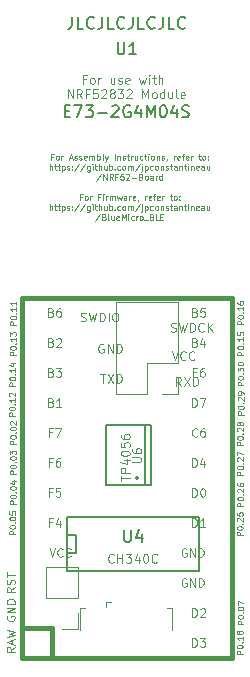
<source format=gbr>
G04 #@! TF.GenerationSoftware,KiCad,Pcbnew,(5.0.0)*
G04 #@! TF.CreationDate,2019-11-08T22:07:10-06:00*
G04 #@! TF.ProjectId,EByte_E73,45427974655F4537332E6B696361645F,rev?*
G04 #@! TF.SameCoordinates,Original*
G04 #@! TF.FileFunction,Legend,Top*
G04 #@! TF.FilePolarity,Positive*
%FSLAX46Y46*%
G04 Gerber Fmt 4.6, Leading zero omitted, Abs format (unit mm)*
G04 Created by KiCad (PCBNEW (5.0.0)) date 11/08/19 22:07:10*
%MOMM*%
%LPD*%
G01*
G04 APERTURE LIST*
%ADD10C,0.100000*%
%ADD11C,0.200000*%
%ADD12C,0.150000*%
%ADD13C,0.381000*%
%ADD14C,0.120000*%
%ADD15C,0.110000*%
G04 APERTURE END LIST*
D10*
X102993809Y-110974285D02*
X102827142Y-110974285D01*
X102827142Y-111236190D02*
X102827142Y-110736190D01*
X103065238Y-110736190D01*
X103327142Y-111236190D02*
X103279523Y-111212380D01*
X103255714Y-111188571D01*
X103231904Y-111140952D01*
X103231904Y-110998095D01*
X103255714Y-110950476D01*
X103279523Y-110926666D01*
X103327142Y-110902857D01*
X103398571Y-110902857D01*
X103446190Y-110926666D01*
X103470000Y-110950476D01*
X103493809Y-110998095D01*
X103493809Y-111140952D01*
X103470000Y-111188571D01*
X103446190Y-111212380D01*
X103398571Y-111236190D01*
X103327142Y-111236190D01*
X103708095Y-111236190D02*
X103708095Y-110902857D01*
X103708095Y-110998095D02*
X103731904Y-110950476D01*
X103755714Y-110926666D01*
X103803333Y-110902857D01*
X103850952Y-110902857D01*
X104374761Y-111093333D02*
X104612857Y-111093333D01*
X104327142Y-111236190D02*
X104493809Y-110736190D01*
X104660476Y-111236190D01*
X104803333Y-111212380D02*
X104850952Y-111236190D01*
X104946190Y-111236190D01*
X104993809Y-111212380D01*
X105017619Y-111164761D01*
X105017619Y-111140952D01*
X104993809Y-111093333D01*
X104946190Y-111069523D01*
X104874761Y-111069523D01*
X104827142Y-111045714D01*
X104803333Y-110998095D01*
X104803333Y-110974285D01*
X104827142Y-110926666D01*
X104874761Y-110902857D01*
X104946190Y-110902857D01*
X104993809Y-110926666D01*
X105208095Y-111212380D02*
X105255714Y-111236190D01*
X105350952Y-111236190D01*
X105398571Y-111212380D01*
X105422380Y-111164761D01*
X105422380Y-111140952D01*
X105398571Y-111093333D01*
X105350952Y-111069523D01*
X105279523Y-111069523D01*
X105231904Y-111045714D01*
X105208095Y-110998095D01*
X105208095Y-110974285D01*
X105231904Y-110926666D01*
X105279523Y-110902857D01*
X105350952Y-110902857D01*
X105398571Y-110926666D01*
X105827142Y-111212380D02*
X105779523Y-111236190D01*
X105684285Y-111236190D01*
X105636666Y-111212380D01*
X105612857Y-111164761D01*
X105612857Y-110974285D01*
X105636666Y-110926666D01*
X105684285Y-110902857D01*
X105779523Y-110902857D01*
X105827142Y-110926666D01*
X105850952Y-110974285D01*
X105850952Y-111021904D01*
X105612857Y-111069523D01*
X106065238Y-111236190D02*
X106065238Y-110902857D01*
X106065238Y-110950476D02*
X106089047Y-110926666D01*
X106136666Y-110902857D01*
X106208095Y-110902857D01*
X106255714Y-110926666D01*
X106279523Y-110974285D01*
X106279523Y-111236190D01*
X106279523Y-110974285D02*
X106303333Y-110926666D01*
X106350952Y-110902857D01*
X106422380Y-110902857D01*
X106470000Y-110926666D01*
X106493809Y-110974285D01*
X106493809Y-111236190D01*
X106731904Y-111236190D02*
X106731904Y-110736190D01*
X106731904Y-110926666D02*
X106779523Y-110902857D01*
X106874761Y-110902857D01*
X106922380Y-110926666D01*
X106946190Y-110950476D01*
X106970000Y-110998095D01*
X106970000Y-111140952D01*
X106946190Y-111188571D01*
X106922380Y-111212380D01*
X106874761Y-111236190D01*
X106779523Y-111236190D01*
X106731904Y-111212380D01*
X107255714Y-111236190D02*
X107208095Y-111212380D01*
X107184285Y-111164761D01*
X107184285Y-110736190D01*
X107398571Y-110902857D02*
X107517619Y-111236190D01*
X107636666Y-110902857D02*
X107517619Y-111236190D01*
X107470000Y-111355238D01*
X107446190Y-111379047D01*
X107398571Y-111402857D01*
X108208095Y-111236190D02*
X108208095Y-110736190D01*
X108446190Y-110902857D02*
X108446190Y-111236190D01*
X108446190Y-110950476D02*
X108470000Y-110926666D01*
X108517619Y-110902857D01*
X108589047Y-110902857D01*
X108636666Y-110926666D01*
X108660476Y-110974285D01*
X108660476Y-111236190D01*
X108874761Y-111212380D02*
X108922380Y-111236190D01*
X109017619Y-111236190D01*
X109065238Y-111212380D01*
X109089047Y-111164761D01*
X109089047Y-111140952D01*
X109065238Y-111093333D01*
X109017619Y-111069523D01*
X108946190Y-111069523D01*
X108898571Y-111045714D01*
X108874761Y-110998095D01*
X108874761Y-110974285D01*
X108898571Y-110926666D01*
X108946190Y-110902857D01*
X109017619Y-110902857D01*
X109065238Y-110926666D01*
X109231904Y-110902857D02*
X109422380Y-110902857D01*
X109303333Y-110736190D02*
X109303333Y-111164761D01*
X109327142Y-111212380D01*
X109374761Y-111236190D01*
X109422380Y-111236190D01*
X109589047Y-111236190D02*
X109589047Y-110902857D01*
X109589047Y-110998095D02*
X109612857Y-110950476D01*
X109636666Y-110926666D01*
X109684285Y-110902857D01*
X109731904Y-110902857D01*
X110112857Y-110902857D02*
X110112857Y-111236190D01*
X109898571Y-110902857D02*
X109898571Y-111164761D01*
X109922380Y-111212380D01*
X109970000Y-111236190D01*
X110041428Y-111236190D01*
X110089047Y-111212380D01*
X110112857Y-111188571D01*
X110565238Y-111212380D02*
X110517619Y-111236190D01*
X110422380Y-111236190D01*
X110374761Y-111212380D01*
X110350952Y-111188571D01*
X110327142Y-111140952D01*
X110327142Y-110998095D01*
X110350952Y-110950476D01*
X110374761Y-110926666D01*
X110422380Y-110902857D01*
X110517619Y-110902857D01*
X110565238Y-110926666D01*
X110708095Y-110902857D02*
X110898571Y-110902857D01*
X110779523Y-110736190D02*
X110779523Y-111164761D01*
X110803333Y-111212380D01*
X110850952Y-111236190D01*
X110898571Y-111236190D01*
X111065238Y-111236190D02*
X111065238Y-110902857D01*
X111065238Y-110736190D02*
X111041428Y-110760000D01*
X111065238Y-110783809D01*
X111089047Y-110760000D01*
X111065238Y-110736190D01*
X111065238Y-110783809D01*
X111374761Y-111236190D02*
X111327142Y-111212380D01*
X111303333Y-111188571D01*
X111279523Y-111140952D01*
X111279523Y-110998095D01*
X111303333Y-110950476D01*
X111327142Y-110926666D01*
X111374761Y-110902857D01*
X111446190Y-110902857D01*
X111493809Y-110926666D01*
X111517619Y-110950476D01*
X111541428Y-110998095D01*
X111541428Y-111140952D01*
X111517619Y-111188571D01*
X111493809Y-111212380D01*
X111446190Y-111236190D01*
X111374761Y-111236190D01*
X111755714Y-110902857D02*
X111755714Y-111236190D01*
X111755714Y-110950476D02*
X111779523Y-110926666D01*
X111827142Y-110902857D01*
X111898571Y-110902857D01*
X111946190Y-110926666D01*
X111970000Y-110974285D01*
X111970000Y-111236190D01*
X112184285Y-111212380D02*
X112231904Y-111236190D01*
X112327142Y-111236190D01*
X112374761Y-111212380D01*
X112398571Y-111164761D01*
X112398571Y-111140952D01*
X112374761Y-111093333D01*
X112327142Y-111069523D01*
X112255714Y-111069523D01*
X112208095Y-111045714D01*
X112184285Y-110998095D01*
X112184285Y-110974285D01*
X112208095Y-110926666D01*
X112255714Y-110902857D01*
X112327142Y-110902857D01*
X112374761Y-110926666D01*
X112636666Y-111212380D02*
X112636666Y-111236190D01*
X112612857Y-111283809D01*
X112589047Y-111307619D01*
X113231904Y-111236190D02*
X113231904Y-110902857D01*
X113231904Y-110998095D02*
X113255714Y-110950476D01*
X113279523Y-110926666D01*
X113327142Y-110902857D01*
X113374761Y-110902857D01*
X113731904Y-111212380D02*
X113684285Y-111236190D01*
X113589047Y-111236190D01*
X113541428Y-111212380D01*
X113517619Y-111164761D01*
X113517619Y-110974285D01*
X113541428Y-110926666D01*
X113589047Y-110902857D01*
X113684285Y-110902857D01*
X113731904Y-110926666D01*
X113755714Y-110974285D01*
X113755714Y-111021904D01*
X113517619Y-111069523D01*
X113898571Y-110902857D02*
X114089047Y-110902857D01*
X113970000Y-111236190D02*
X113970000Y-110807619D01*
X113993809Y-110760000D01*
X114041428Y-110736190D01*
X114089047Y-110736190D01*
X114446190Y-111212380D02*
X114398571Y-111236190D01*
X114303333Y-111236190D01*
X114255714Y-111212380D01*
X114231904Y-111164761D01*
X114231904Y-110974285D01*
X114255714Y-110926666D01*
X114303333Y-110902857D01*
X114398571Y-110902857D01*
X114446190Y-110926666D01*
X114470000Y-110974285D01*
X114470000Y-111021904D01*
X114231904Y-111069523D01*
X114684285Y-111236190D02*
X114684285Y-110902857D01*
X114684285Y-110998095D02*
X114708095Y-110950476D01*
X114731904Y-110926666D01*
X114779523Y-110902857D01*
X114827142Y-110902857D01*
X115303333Y-110902857D02*
X115493809Y-110902857D01*
X115374761Y-110736190D02*
X115374761Y-111164761D01*
X115398571Y-111212380D01*
X115446190Y-111236190D01*
X115493809Y-111236190D01*
X115731904Y-111236190D02*
X115684285Y-111212380D01*
X115660476Y-111188571D01*
X115636666Y-111140952D01*
X115636666Y-110998095D01*
X115660476Y-110950476D01*
X115684285Y-110926666D01*
X115731904Y-110902857D01*
X115803333Y-110902857D01*
X115850952Y-110926666D01*
X115874761Y-110950476D01*
X115898571Y-110998095D01*
X115898571Y-111140952D01*
X115874761Y-111188571D01*
X115850952Y-111212380D01*
X115803333Y-111236190D01*
X115731904Y-111236190D01*
X116112857Y-111188571D02*
X116136666Y-111212380D01*
X116112857Y-111236190D01*
X116089047Y-111212380D01*
X116112857Y-111188571D01*
X116112857Y-111236190D01*
X116112857Y-110926666D02*
X116136666Y-110950476D01*
X116112857Y-110974285D01*
X116089047Y-110950476D01*
X116112857Y-110926666D01*
X116112857Y-110974285D01*
X102719999Y-112086190D02*
X102719999Y-111586190D01*
X102934285Y-112086190D02*
X102934285Y-111824285D01*
X102910476Y-111776666D01*
X102862857Y-111752857D01*
X102791428Y-111752857D01*
X102743809Y-111776666D01*
X102719999Y-111800476D01*
X103100952Y-111752857D02*
X103291428Y-111752857D01*
X103172380Y-111586190D02*
X103172380Y-112014761D01*
X103196190Y-112062380D01*
X103243809Y-112086190D01*
X103291428Y-112086190D01*
X103386666Y-111752857D02*
X103577142Y-111752857D01*
X103458095Y-111586190D02*
X103458095Y-112014761D01*
X103481904Y-112062380D01*
X103529523Y-112086190D01*
X103577142Y-112086190D01*
X103743809Y-111752857D02*
X103743809Y-112252857D01*
X103743809Y-111776666D02*
X103791428Y-111752857D01*
X103886666Y-111752857D01*
X103934285Y-111776666D01*
X103958095Y-111800476D01*
X103981904Y-111848095D01*
X103981904Y-111990952D01*
X103958095Y-112038571D01*
X103934285Y-112062380D01*
X103886666Y-112086190D01*
X103791428Y-112086190D01*
X103743809Y-112062380D01*
X104172380Y-112062380D02*
X104219999Y-112086190D01*
X104315238Y-112086190D01*
X104362857Y-112062380D01*
X104386666Y-112014761D01*
X104386666Y-111990952D01*
X104362857Y-111943333D01*
X104315238Y-111919523D01*
X104243809Y-111919523D01*
X104196190Y-111895714D01*
X104172380Y-111848095D01*
X104172380Y-111824285D01*
X104196190Y-111776666D01*
X104243809Y-111752857D01*
X104315238Y-111752857D01*
X104362857Y-111776666D01*
X104600952Y-112038571D02*
X104624761Y-112062380D01*
X104600952Y-112086190D01*
X104577142Y-112062380D01*
X104600952Y-112038571D01*
X104600952Y-112086190D01*
X104600952Y-111776666D02*
X104624761Y-111800476D01*
X104600952Y-111824285D01*
X104577142Y-111800476D01*
X104600952Y-111776666D01*
X104600952Y-111824285D01*
X105196190Y-111562380D02*
X104767619Y-112205238D01*
X105719999Y-111562380D02*
X105291428Y-112205238D01*
X106100952Y-111752857D02*
X106100952Y-112157619D01*
X106077142Y-112205238D01*
X106053333Y-112229047D01*
X106005714Y-112252857D01*
X105934285Y-112252857D01*
X105886666Y-112229047D01*
X106100952Y-112062380D02*
X106053333Y-112086190D01*
X105958095Y-112086190D01*
X105910476Y-112062380D01*
X105886666Y-112038571D01*
X105862857Y-111990952D01*
X105862857Y-111848095D01*
X105886666Y-111800476D01*
X105910476Y-111776666D01*
X105958095Y-111752857D01*
X106053333Y-111752857D01*
X106100952Y-111776666D01*
X106339047Y-112086190D02*
X106339047Y-111752857D01*
X106339047Y-111586190D02*
X106315238Y-111610000D01*
X106339047Y-111633809D01*
X106362857Y-111610000D01*
X106339047Y-111586190D01*
X106339047Y-111633809D01*
X106505714Y-111752857D02*
X106696190Y-111752857D01*
X106577142Y-111586190D02*
X106577142Y-112014761D01*
X106600952Y-112062380D01*
X106648571Y-112086190D01*
X106696190Y-112086190D01*
X106862857Y-112086190D02*
X106862857Y-111586190D01*
X107077142Y-112086190D02*
X107077142Y-111824285D01*
X107053333Y-111776666D01*
X107005714Y-111752857D01*
X106934285Y-111752857D01*
X106886666Y-111776666D01*
X106862857Y-111800476D01*
X107529523Y-111752857D02*
X107529523Y-112086190D01*
X107315238Y-111752857D02*
X107315238Y-112014761D01*
X107339047Y-112062380D01*
X107386666Y-112086190D01*
X107458095Y-112086190D01*
X107505714Y-112062380D01*
X107529523Y-112038571D01*
X107767619Y-112086190D02*
X107767619Y-111586190D01*
X107767619Y-111776666D02*
X107815238Y-111752857D01*
X107910476Y-111752857D01*
X107958095Y-111776666D01*
X107981904Y-111800476D01*
X108005714Y-111848095D01*
X108005714Y-111990952D01*
X107981904Y-112038571D01*
X107958095Y-112062380D01*
X107910476Y-112086190D01*
X107815238Y-112086190D01*
X107767619Y-112062380D01*
X108220000Y-112038571D02*
X108243809Y-112062380D01*
X108220000Y-112086190D01*
X108196190Y-112062380D01*
X108220000Y-112038571D01*
X108220000Y-112086190D01*
X108672380Y-112062380D02*
X108624761Y-112086190D01*
X108529523Y-112086190D01*
X108481904Y-112062380D01*
X108458095Y-112038571D01*
X108434285Y-111990952D01*
X108434285Y-111848095D01*
X108458095Y-111800476D01*
X108481904Y-111776666D01*
X108529523Y-111752857D01*
X108624761Y-111752857D01*
X108672380Y-111776666D01*
X108958095Y-112086190D02*
X108910476Y-112062380D01*
X108886666Y-112038571D01*
X108862857Y-111990952D01*
X108862857Y-111848095D01*
X108886666Y-111800476D01*
X108910476Y-111776666D01*
X108958095Y-111752857D01*
X109029523Y-111752857D01*
X109077142Y-111776666D01*
X109100952Y-111800476D01*
X109124761Y-111848095D01*
X109124761Y-111990952D01*
X109100952Y-112038571D01*
X109077142Y-112062380D01*
X109029523Y-112086190D01*
X108958095Y-112086190D01*
X109339047Y-112086190D02*
X109339047Y-111752857D01*
X109339047Y-111800476D02*
X109362857Y-111776666D01*
X109410476Y-111752857D01*
X109481904Y-111752857D01*
X109529523Y-111776666D01*
X109553333Y-111824285D01*
X109553333Y-112086190D01*
X109553333Y-111824285D02*
X109577142Y-111776666D01*
X109624761Y-111752857D01*
X109696190Y-111752857D01*
X109743809Y-111776666D01*
X109767619Y-111824285D01*
X109767619Y-112086190D01*
X110362857Y-111562380D02*
X109934285Y-112205238D01*
X110529523Y-111752857D02*
X110529523Y-112181428D01*
X110505714Y-112229047D01*
X110458095Y-112252857D01*
X110434285Y-112252857D01*
X110529523Y-111586190D02*
X110505714Y-111610000D01*
X110529523Y-111633809D01*
X110553333Y-111610000D01*
X110529523Y-111586190D01*
X110529523Y-111633809D01*
X110767619Y-111752857D02*
X110767619Y-112252857D01*
X110767619Y-111776666D02*
X110815238Y-111752857D01*
X110910476Y-111752857D01*
X110958095Y-111776666D01*
X110981904Y-111800476D01*
X111005714Y-111848095D01*
X111005714Y-111990952D01*
X110981904Y-112038571D01*
X110958095Y-112062380D01*
X110910476Y-112086190D01*
X110815238Y-112086190D01*
X110767619Y-112062380D01*
X111434285Y-112062380D02*
X111386666Y-112086190D01*
X111291428Y-112086190D01*
X111243809Y-112062380D01*
X111219999Y-112038571D01*
X111196190Y-111990952D01*
X111196190Y-111848095D01*
X111219999Y-111800476D01*
X111243809Y-111776666D01*
X111291428Y-111752857D01*
X111386666Y-111752857D01*
X111434285Y-111776666D01*
X111719999Y-112086190D02*
X111672380Y-112062380D01*
X111648571Y-112038571D01*
X111624761Y-111990952D01*
X111624761Y-111848095D01*
X111648571Y-111800476D01*
X111672380Y-111776666D01*
X111719999Y-111752857D01*
X111791428Y-111752857D01*
X111839047Y-111776666D01*
X111862857Y-111800476D01*
X111886666Y-111848095D01*
X111886666Y-111990952D01*
X111862857Y-112038571D01*
X111839047Y-112062380D01*
X111791428Y-112086190D01*
X111719999Y-112086190D01*
X112100952Y-111752857D02*
X112100952Y-112086190D01*
X112100952Y-111800476D02*
X112124761Y-111776666D01*
X112172380Y-111752857D01*
X112243809Y-111752857D01*
X112291428Y-111776666D01*
X112315238Y-111824285D01*
X112315238Y-112086190D01*
X112529523Y-112062380D02*
X112577142Y-112086190D01*
X112672380Y-112086190D01*
X112719999Y-112062380D01*
X112743809Y-112014761D01*
X112743809Y-111990952D01*
X112719999Y-111943333D01*
X112672380Y-111919523D01*
X112600952Y-111919523D01*
X112553333Y-111895714D01*
X112529523Y-111848095D01*
X112529523Y-111824285D01*
X112553333Y-111776666D01*
X112600952Y-111752857D01*
X112672380Y-111752857D01*
X112719999Y-111776666D01*
X112886666Y-111752857D02*
X113077142Y-111752857D01*
X112958095Y-111586190D02*
X112958095Y-112014761D01*
X112981904Y-112062380D01*
X113029523Y-112086190D01*
X113077142Y-112086190D01*
X113458095Y-112086190D02*
X113458095Y-111824285D01*
X113434285Y-111776666D01*
X113386666Y-111752857D01*
X113291428Y-111752857D01*
X113243809Y-111776666D01*
X113458095Y-112062380D02*
X113410476Y-112086190D01*
X113291428Y-112086190D01*
X113243809Y-112062380D01*
X113219999Y-112014761D01*
X113219999Y-111967142D01*
X113243809Y-111919523D01*
X113291428Y-111895714D01*
X113410476Y-111895714D01*
X113458095Y-111871904D01*
X113696190Y-111752857D02*
X113696190Y-112086190D01*
X113696190Y-111800476D02*
X113719999Y-111776666D01*
X113767619Y-111752857D01*
X113839047Y-111752857D01*
X113886666Y-111776666D01*
X113910476Y-111824285D01*
X113910476Y-112086190D01*
X114077142Y-111752857D02*
X114267619Y-111752857D01*
X114148571Y-111586190D02*
X114148571Y-112014761D01*
X114172380Y-112062380D01*
X114219999Y-112086190D01*
X114267619Y-112086190D01*
X114434285Y-112086190D02*
X114434285Y-111752857D01*
X114434285Y-111586190D02*
X114410476Y-111610000D01*
X114434285Y-111633809D01*
X114458095Y-111610000D01*
X114434285Y-111586190D01*
X114434285Y-111633809D01*
X114672380Y-111752857D02*
X114672380Y-112086190D01*
X114672380Y-111800476D02*
X114696190Y-111776666D01*
X114743809Y-111752857D01*
X114815238Y-111752857D01*
X114862857Y-111776666D01*
X114886666Y-111824285D01*
X114886666Y-112086190D01*
X115315238Y-112062380D02*
X115267619Y-112086190D01*
X115172380Y-112086190D01*
X115124761Y-112062380D01*
X115100952Y-112014761D01*
X115100952Y-111824285D01*
X115124761Y-111776666D01*
X115172380Y-111752857D01*
X115267619Y-111752857D01*
X115315238Y-111776666D01*
X115339047Y-111824285D01*
X115339047Y-111871904D01*
X115100952Y-111919523D01*
X115767619Y-112086190D02*
X115767619Y-111824285D01*
X115743809Y-111776666D01*
X115696190Y-111752857D01*
X115600952Y-111752857D01*
X115553333Y-111776666D01*
X115767619Y-112062380D02*
X115719999Y-112086190D01*
X115600952Y-112086190D01*
X115553333Y-112062380D01*
X115529523Y-112014761D01*
X115529523Y-111967142D01*
X115553333Y-111919523D01*
X115600952Y-111895714D01*
X115719999Y-111895714D01*
X115767619Y-111871904D01*
X116219999Y-111752857D02*
X116219999Y-112086190D01*
X116005714Y-111752857D02*
X116005714Y-112014761D01*
X116029523Y-112062380D01*
X116077142Y-112086190D01*
X116148571Y-112086190D01*
X116196190Y-112062380D01*
X116219999Y-112038571D01*
X107089047Y-112412380D02*
X106660476Y-113055238D01*
X107255714Y-112936190D02*
X107255714Y-112436190D01*
X107541428Y-112936190D01*
X107541428Y-112436190D01*
X108065238Y-112936190D02*
X107898571Y-112698095D01*
X107779523Y-112936190D02*
X107779523Y-112436190D01*
X107970000Y-112436190D01*
X108017619Y-112460000D01*
X108041428Y-112483809D01*
X108065238Y-112531428D01*
X108065238Y-112602857D01*
X108041428Y-112650476D01*
X108017619Y-112674285D01*
X107970000Y-112698095D01*
X107779523Y-112698095D01*
X108446190Y-112674285D02*
X108279523Y-112674285D01*
X108279523Y-112936190D02*
X108279523Y-112436190D01*
X108517619Y-112436190D01*
X108946190Y-112436190D02*
X108708095Y-112436190D01*
X108684285Y-112674285D01*
X108708095Y-112650476D01*
X108755714Y-112626666D01*
X108874761Y-112626666D01*
X108922380Y-112650476D01*
X108946190Y-112674285D01*
X108970000Y-112721904D01*
X108970000Y-112840952D01*
X108946190Y-112888571D01*
X108922380Y-112912380D01*
X108874761Y-112936190D01*
X108755714Y-112936190D01*
X108708095Y-112912380D01*
X108684285Y-112888571D01*
X109160476Y-112483809D02*
X109184285Y-112460000D01*
X109231904Y-112436190D01*
X109350952Y-112436190D01*
X109398571Y-112460000D01*
X109422380Y-112483809D01*
X109446190Y-112531428D01*
X109446190Y-112579047D01*
X109422380Y-112650476D01*
X109136666Y-112936190D01*
X109446190Y-112936190D01*
X109660476Y-112745714D02*
X110041428Y-112745714D01*
X110446190Y-112674285D02*
X110517619Y-112698095D01*
X110541428Y-112721904D01*
X110565238Y-112769523D01*
X110565238Y-112840952D01*
X110541428Y-112888571D01*
X110517619Y-112912380D01*
X110470000Y-112936190D01*
X110279523Y-112936190D01*
X110279523Y-112436190D01*
X110446190Y-112436190D01*
X110493809Y-112460000D01*
X110517619Y-112483809D01*
X110541428Y-112531428D01*
X110541428Y-112579047D01*
X110517619Y-112626666D01*
X110493809Y-112650476D01*
X110446190Y-112674285D01*
X110279523Y-112674285D01*
X110850952Y-112936190D02*
X110803333Y-112912380D01*
X110779523Y-112888571D01*
X110755714Y-112840952D01*
X110755714Y-112698095D01*
X110779523Y-112650476D01*
X110803333Y-112626666D01*
X110850952Y-112602857D01*
X110922380Y-112602857D01*
X110970000Y-112626666D01*
X110993809Y-112650476D01*
X111017619Y-112698095D01*
X111017619Y-112840952D01*
X110993809Y-112888571D01*
X110970000Y-112912380D01*
X110922380Y-112936190D01*
X110850952Y-112936190D01*
X111446190Y-112936190D02*
X111446190Y-112674285D01*
X111422380Y-112626666D01*
X111374761Y-112602857D01*
X111279523Y-112602857D01*
X111231904Y-112626666D01*
X111446190Y-112912380D02*
X111398571Y-112936190D01*
X111279523Y-112936190D01*
X111231904Y-112912380D01*
X111208095Y-112864761D01*
X111208095Y-112817142D01*
X111231904Y-112769523D01*
X111279523Y-112745714D01*
X111398571Y-112745714D01*
X111446190Y-112721904D01*
X111684285Y-112936190D02*
X111684285Y-112602857D01*
X111684285Y-112698095D02*
X111708095Y-112650476D01*
X111731904Y-112626666D01*
X111779523Y-112602857D01*
X111827142Y-112602857D01*
X112208095Y-112936190D02*
X112208095Y-112436190D01*
X112208095Y-112912380D02*
X112160476Y-112936190D01*
X112065238Y-112936190D01*
X112017619Y-112912380D01*
X111993809Y-112888571D01*
X111970000Y-112840952D01*
X111970000Y-112698095D01*
X111993809Y-112650476D01*
X112017619Y-112626666D01*
X112065238Y-112602857D01*
X112160476Y-112602857D01*
X112208095Y-112626666D01*
X105422380Y-114374285D02*
X105255714Y-114374285D01*
X105255714Y-114636190D02*
X105255714Y-114136190D01*
X105493809Y-114136190D01*
X105755714Y-114636190D02*
X105708095Y-114612380D01*
X105684285Y-114588571D01*
X105660476Y-114540952D01*
X105660476Y-114398095D01*
X105684285Y-114350476D01*
X105708095Y-114326666D01*
X105755714Y-114302857D01*
X105827142Y-114302857D01*
X105874761Y-114326666D01*
X105898571Y-114350476D01*
X105922380Y-114398095D01*
X105922380Y-114540952D01*
X105898571Y-114588571D01*
X105874761Y-114612380D01*
X105827142Y-114636190D01*
X105755714Y-114636190D01*
X106136666Y-114636190D02*
X106136666Y-114302857D01*
X106136666Y-114398095D02*
X106160476Y-114350476D01*
X106184285Y-114326666D01*
X106231904Y-114302857D01*
X106279523Y-114302857D01*
X106993809Y-114374285D02*
X106827142Y-114374285D01*
X106827142Y-114636190D02*
X106827142Y-114136190D01*
X107065238Y-114136190D01*
X107255714Y-114636190D02*
X107255714Y-114302857D01*
X107255714Y-114136190D02*
X107231904Y-114160000D01*
X107255714Y-114183809D01*
X107279523Y-114160000D01*
X107255714Y-114136190D01*
X107255714Y-114183809D01*
X107493809Y-114636190D02*
X107493809Y-114302857D01*
X107493809Y-114398095D02*
X107517619Y-114350476D01*
X107541428Y-114326666D01*
X107589047Y-114302857D01*
X107636666Y-114302857D01*
X107803333Y-114636190D02*
X107803333Y-114302857D01*
X107803333Y-114350476D02*
X107827142Y-114326666D01*
X107874761Y-114302857D01*
X107946190Y-114302857D01*
X107993809Y-114326666D01*
X108017619Y-114374285D01*
X108017619Y-114636190D01*
X108017619Y-114374285D02*
X108041428Y-114326666D01*
X108089047Y-114302857D01*
X108160476Y-114302857D01*
X108208095Y-114326666D01*
X108231904Y-114374285D01*
X108231904Y-114636190D01*
X108422380Y-114302857D02*
X108517619Y-114636190D01*
X108612857Y-114398095D01*
X108708095Y-114636190D01*
X108803333Y-114302857D01*
X109208095Y-114636190D02*
X109208095Y-114374285D01*
X109184285Y-114326666D01*
X109136666Y-114302857D01*
X109041428Y-114302857D01*
X108993809Y-114326666D01*
X109208095Y-114612380D02*
X109160476Y-114636190D01*
X109041428Y-114636190D01*
X108993809Y-114612380D01*
X108970000Y-114564761D01*
X108970000Y-114517142D01*
X108993809Y-114469523D01*
X109041428Y-114445714D01*
X109160476Y-114445714D01*
X109208095Y-114421904D01*
X109446190Y-114636190D02*
X109446190Y-114302857D01*
X109446190Y-114398095D02*
X109470000Y-114350476D01*
X109493809Y-114326666D01*
X109541428Y-114302857D01*
X109589047Y-114302857D01*
X109946190Y-114612380D02*
X109898571Y-114636190D01*
X109803333Y-114636190D01*
X109755714Y-114612380D01*
X109731904Y-114564761D01*
X109731904Y-114374285D01*
X109755714Y-114326666D01*
X109803333Y-114302857D01*
X109898571Y-114302857D01*
X109946190Y-114326666D01*
X109970000Y-114374285D01*
X109970000Y-114421904D01*
X109731904Y-114469523D01*
X110208095Y-114612380D02*
X110208095Y-114636190D01*
X110184285Y-114683809D01*
X110160476Y-114707619D01*
X110803333Y-114636190D02*
X110803333Y-114302857D01*
X110803333Y-114398095D02*
X110827142Y-114350476D01*
X110850952Y-114326666D01*
X110898571Y-114302857D01*
X110946190Y-114302857D01*
X111303333Y-114612380D02*
X111255714Y-114636190D01*
X111160476Y-114636190D01*
X111112857Y-114612380D01*
X111089047Y-114564761D01*
X111089047Y-114374285D01*
X111112857Y-114326666D01*
X111160476Y-114302857D01*
X111255714Y-114302857D01*
X111303333Y-114326666D01*
X111327142Y-114374285D01*
X111327142Y-114421904D01*
X111089047Y-114469523D01*
X111470000Y-114302857D02*
X111660476Y-114302857D01*
X111541428Y-114636190D02*
X111541428Y-114207619D01*
X111565238Y-114160000D01*
X111612857Y-114136190D01*
X111660476Y-114136190D01*
X112017619Y-114612380D02*
X111970000Y-114636190D01*
X111874761Y-114636190D01*
X111827142Y-114612380D01*
X111803333Y-114564761D01*
X111803333Y-114374285D01*
X111827142Y-114326666D01*
X111874761Y-114302857D01*
X111970000Y-114302857D01*
X112017619Y-114326666D01*
X112041428Y-114374285D01*
X112041428Y-114421904D01*
X111803333Y-114469523D01*
X112255714Y-114636190D02*
X112255714Y-114302857D01*
X112255714Y-114398095D02*
X112279523Y-114350476D01*
X112303333Y-114326666D01*
X112350952Y-114302857D01*
X112398571Y-114302857D01*
X112874761Y-114302857D02*
X113065238Y-114302857D01*
X112946190Y-114136190D02*
X112946190Y-114564761D01*
X112970000Y-114612380D01*
X113017619Y-114636190D01*
X113065238Y-114636190D01*
X113303333Y-114636190D02*
X113255714Y-114612380D01*
X113231904Y-114588571D01*
X113208095Y-114540952D01*
X113208095Y-114398095D01*
X113231904Y-114350476D01*
X113255714Y-114326666D01*
X113303333Y-114302857D01*
X113374761Y-114302857D01*
X113422380Y-114326666D01*
X113446190Y-114350476D01*
X113470000Y-114398095D01*
X113470000Y-114540952D01*
X113446190Y-114588571D01*
X113422380Y-114612380D01*
X113374761Y-114636190D01*
X113303333Y-114636190D01*
X113684285Y-114588571D02*
X113708095Y-114612380D01*
X113684285Y-114636190D01*
X113660476Y-114612380D01*
X113684285Y-114588571D01*
X113684285Y-114636190D01*
X113684285Y-114326666D02*
X113708095Y-114350476D01*
X113684285Y-114374285D01*
X113660476Y-114350476D01*
X113684285Y-114326666D01*
X113684285Y-114374285D01*
X102719999Y-115486190D02*
X102719999Y-114986190D01*
X102934285Y-115486190D02*
X102934285Y-115224285D01*
X102910476Y-115176666D01*
X102862857Y-115152857D01*
X102791428Y-115152857D01*
X102743809Y-115176666D01*
X102719999Y-115200476D01*
X103100952Y-115152857D02*
X103291428Y-115152857D01*
X103172380Y-114986190D02*
X103172380Y-115414761D01*
X103196190Y-115462380D01*
X103243809Y-115486190D01*
X103291428Y-115486190D01*
X103386666Y-115152857D02*
X103577142Y-115152857D01*
X103458095Y-114986190D02*
X103458095Y-115414761D01*
X103481904Y-115462380D01*
X103529523Y-115486190D01*
X103577142Y-115486190D01*
X103743809Y-115152857D02*
X103743809Y-115652857D01*
X103743809Y-115176666D02*
X103791428Y-115152857D01*
X103886666Y-115152857D01*
X103934285Y-115176666D01*
X103958095Y-115200476D01*
X103981904Y-115248095D01*
X103981904Y-115390952D01*
X103958095Y-115438571D01*
X103934285Y-115462380D01*
X103886666Y-115486190D01*
X103791428Y-115486190D01*
X103743809Y-115462380D01*
X104172380Y-115462380D02*
X104219999Y-115486190D01*
X104315238Y-115486190D01*
X104362857Y-115462380D01*
X104386666Y-115414761D01*
X104386666Y-115390952D01*
X104362857Y-115343333D01*
X104315238Y-115319523D01*
X104243809Y-115319523D01*
X104196190Y-115295714D01*
X104172380Y-115248095D01*
X104172380Y-115224285D01*
X104196190Y-115176666D01*
X104243809Y-115152857D01*
X104315238Y-115152857D01*
X104362857Y-115176666D01*
X104600952Y-115438571D02*
X104624761Y-115462380D01*
X104600952Y-115486190D01*
X104577142Y-115462380D01*
X104600952Y-115438571D01*
X104600952Y-115486190D01*
X104600952Y-115176666D02*
X104624761Y-115200476D01*
X104600952Y-115224285D01*
X104577142Y-115200476D01*
X104600952Y-115176666D01*
X104600952Y-115224285D01*
X105196190Y-114962380D02*
X104767619Y-115605238D01*
X105719999Y-114962380D02*
X105291428Y-115605238D01*
X106100952Y-115152857D02*
X106100952Y-115557619D01*
X106077142Y-115605238D01*
X106053333Y-115629047D01*
X106005714Y-115652857D01*
X105934285Y-115652857D01*
X105886666Y-115629047D01*
X106100952Y-115462380D02*
X106053333Y-115486190D01*
X105958095Y-115486190D01*
X105910476Y-115462380D01*
X105886666Y-115438571D01*
X105862857Y-115390952D01*
X105862857Y-115248095D01*
X105886666Y-115200476D01*
X105910476Y-115176666D01*
X105958095Y-115152857D01*
X106053333Y-115152857D01*
X106100952Y-115176666D01*
X106339047Y-115486190D02*
X106339047Y-115152857D01*
X106339047Y-114986190D02*
X106315238Y-115010000D01*
X106339047Y-115033809D01*
X106362857Y-115010000D01*
X106339047Y-114986190D01*
X106339047Y-115033809D01*
X106505714Y-115152857D02*
X106696190Y-115152857D01*
X106577142Y-114986190D02*
X106577142Y-115414761D01*
X106600952Y-115462380D01*
X106648571Y-115486190D01*
X106696190Y-115486190D01*
X106862857Y-115486190D02*
X106862857Y-114986190D01*
X107077142Y-115486190D02*
X107077142Y-115224285D01*
X107053333Y-115176666D01*
X107005714Y-115152857D01*
X106934285Y-115152857D01*
X106886666Y-115176666D01*
X106862857Y-115200476D01*
X107529523Y-115152857D02*
X107529523Y-115486190D01*
X107315238Y-115152857D02*
X107315238Y-115414761D01*
X107339047Y-115462380D01*
X107386666Y-115486190D01*
X107458095Y-115486190D01*
X107505714Y-115462380D01*
X107529523Y-115438571D01*
X107767619Y-115486190D02*
X107767619Y-114986190D01*
X107767619Y-115176666D02*
X107815238Y-115152857D01*
X107910476Y-115152857D01*
X107958095Y-115176666D01*
X107981904Y-115200476D01*
X108005714Y-115248095D01*
X108005714Y-115390952D01*
X107981904Y-115438571D01*
X107958095Y-115462380D01*
X107910476Y-115486190D01*
X107815238Y-115486190D01*
X107767619Y-115462380D01*
X108220000Y-115438571D02*
X108243809Y-115462380D01*
X108220000Y-115486190D01*
X108196190Y-115462380D01*
X108220000Y-115438571D01*
X108220000Y-115486190D01*
X108672380Y-115462380D02*
X108624761Y-115486190D01*
X108529523Y-115486190D01*
X108481904Y-115462380D01*
X108458095Y-115438571D01*
X108434285Y-115390952D01*
X108434285Y-115248095D01*
X108458095Y-115200476D01*
X108481904Y-115176666D01*
X108529523Y-115152857D01*
X108624761Y-115152857D01*
X108672380Y-115176666D01*
X108958095Y-115486190D02*
X108910476Y-115462380D01*
X108886666Y-115438571D01*
X108862857Y-115390952D01*
X108862857Y-115248095D01*
X108886666Y-115200476D01*
X108910476Y-115176666D01*
X108958095Y-115152857D01*
X109029523Y-115152857D01*
X109077142Y-115176666D01*
X109100952Y-115200476D01*
X109124761Y-115248095D01*
X109124761Y-115390952D01*
X109100952Y-115438571D01*
X109077142Y-115462380D01*
X109029523Y-115486190D01*
X108958095Y-115486190D01*
X109339047Y-115486190D02*
X109339047Y-115152857D01*
X109339047Y-115200476D02*
X109362857Y-115176666D01*
X109410476Y-115152857D01*
X109481904Y-115152857D01*
X109529523Y-115176666D01*
X109553333Y-115224285D01*
X109553333Y-115486190D01*
X109553333Y-115224285D02*
X109577142Y-115176666D01*
X109624761Y-115152857D01*
X109696190Y-115152857D01*
X109743809Y-115176666D01*
X109767619Y-115224285D01*
X109767619Y-115486190D01*
X110362857Y-114962380D02*
X109934285Y-115605238D01*
X110529523Y-115152857D02*
X110529523Y-115581428D01*
X110505714Y-115629047D01*
X110458095Y-115652857D01*
X110434285Y-115652857D01*
X110529523Y-114986190D02*
X110505714Y-115010000D01*
X110529523Y-115033809D01*
X110553333Y-115010000D01*
X110529523Y-114986190D01*
X110529523Y-115033809D01*
X110767619Y-115152857D02*
X110767619Y-115652857D01*
X110767619Y-115176666D02*
X110815238Y-115152857D01*
X110910476Y-115152857D01*
X110958095Y-115176666D01*
X110981904Y-115200476D01*
X111005714Y-115248095D01*
X111005714Y-115390952D01*
X110981904Y-115438571D01*
X110958095Y-115462380D01*
X110910476Y-115486190D01*
X110815238Y-115486190D01*
X110767619Y-115462380D01*
X111434285Y-115462380D02*
X111386666Y-115486190D01*
X111291428Y-115486190D01*
X111243809Y-115462380D01*
X111219999Y-115438571D01*
X111196190Y-115390952D01*
X111196190Y-115248095D01*
X111219999Y-115200476D01*
X111243809Y-115176666D01*
X111291428Y-115152857D01*
X111386666Y-115152857D01*
X111434285Y-115176666D01*
X111719999Y-115486190D02*
X111672380Y-115462380D01*
X111648571Y-115438571D01*
X111624761Y-115390952D01*
X111624761Y-115248095D01*
X111648571Y-115200476D01*
X111672380Y-115176666D01*
X111719999Y-115152857D01*
X111791428Y-115152857D01*
X111839047Y-115176666D01*
X111862857Y-115200476D01*
X111886666Y-115248095D01*
X111886666Y-115390952D01*
X111862857Y-115438571D01*
X111839047Y-115462380D01*
X111791428Y-115486190D01*
X111719999Y-115486190D01*
X112100952Y-115152857D02*
X112100952Y-115486190D01*
X112100952Y-115200476D02*
X112124761Y-115176666D01*
X112172380Y-115152857D01*
X112243809Y-115152857D01*
X112291428Y-115176666D01*
X112315238Y-115224285D01*
X112315238Y-115486190D01*
X112529523Y-115462380D02*
X112577142Y-115486190D01*
X112672380Y-115486190D01*
X112719999Y-115462380D01*
X112743809Y-115414761D01*
X112743809Y-115390952D01*
X112719999Y-115343333D01*
X112672380Y-115319523D01*
X112600952Y-115319523D01*
X112553333Y-115295714D01*
X112529523Y-115248095D01*
X112529523Y-115224285D01*
X112553333Y-115176666D01*
X112600952Y-115152857D01*
X112672380Y-115152857D01*
X112719999Y-115176666D01*
X112886666Y-115152857D02*
X113077142Y-115152857D01*
X112958095Y-114986190D02*
X112958095Y-115414761D01*
X112981904Y-115462380D01*
X113029523Y-115486190D01*
X113077142Y-115486190D01*
X113458095Y-115486190D02*
X113458095Y-115224285D01*
X113434285Y-115176666D01*
X113386666Y-115152857D01*
X113291428Y-115152857D01*
X113243809Y-115176666D01*
X113458095Y-115462380D02*
X113410476Y-115486190D01*
X113291428Y-115486190D01*
X113243809Y-115462380D01*
X113219999Y-115414761D01*
X113219999Y-115367142D01*
X113243809Y-115319523D01*
X113291428Y-115295714D01*
X113410476Y-115295714D01*
X113458095Y-115271904D01*
X113696190Y-115152857D02*
X113696190Y-115486190D01*
X113696190Y-115200476D02*
X113719999Y-115176666D01*
X113767619Y-115152857D01*
X113839047Y-115152857D01*
X113886666Y-115176666D01*
X113910476Y-115224285D01*
X113910476Y-115486190D01*
X114077142Y-115152857D02*
X114267619Y-115152857D01*
X114148571Y-114986190D02*
X114148571Y-115414761D01*
X114172380Y-115462380D01*
X114219999Y-115486190D01*
X114267619Y-115486190D01*
X114434285Y-115486190D02*
X114434285Y-115152857D01*
X114434285Y-114986190D02*
X114410476Y-115010000D01*
X114434285Y-115033809D01*
X114458095Y-115010000D01*
X114434285Y-114986190D01*
X114434285Y-115033809D01*
X114672380Y-115152857D02*
X114672380Y-115486190D01*
X114672380Y-115200476D02*
X114696190Y-115176666D01*
X114743809Y-115152857D01*
X114815238Y-115152857D01*
X114862857Y-115176666D01*
X114886666Y-115224285D01*
X114886666Y-115486190D01*
X115315238Y-115462380D02*
X115267619Y-115486190D01*
X115172380Y-115486190D01*
X115124761Y-115462380D01*
X115100952Y-115414761D01*
X115100952Y-115224285D01*
X115124761Y-115176666D01*
X115172380Y-115152857D01*
X115267619Y-115152857D01*
X115315238Y-115176666D01*
X115339047Y-115224285D01*
X115339047Y-115271904D01*
X115100952Y-115319523D01*
X115767619Y-115486190D02*
X115767619Y-115224285D01*
X115743809Y-115176666D01*
X115696190Y-115152857D01*
X115600952Y-115152857D01*
X115553333Y-115176666D01*
X115767619Y-115462380D02*
X115719999Y-115486190D01*
X115600952Y-115486190D01*
X115553333Y-115462380D01*
X115529523Y-115414761D01*
X115529523Y-115367142D01*
X115553333Y-115319523D01*
X115600952Y-115295714D01*
X115719999Y-115295714D01*
X115767619Y-115271904D01*
X116219999Y-115152857D02*
X116219999Y-115486190D01*
X116005714Y-115152857D02*
X116005714Y-115414761D01*
X116029523Y-115462380D01*
X116077142Y-115486190D01*
X116148571Y-115486190D01*
X116196190Y-115462380D01*
X116219999Y-115438571D01*
X106993809Y-115812380D02*
X106565238Y-116455238D01*
X107327142Y-116074285D02*
X107398571Y-116098095D01*
X107422380Y-116121904D01*
X107446190Y-116169523D01*
X107446190Y-116240952D01*
X107422380Y-116288571D01*
X107398571Y-116312380D01*
X107350952Y-116336190D01*
X107160476Y-116336190D01*
X107160476Y-115836190D01*
X107327142Y-115836190D01*
X107374761Y-115860000D01*
X107398571Y-115883809D01*
X107422380Y-115931428D01*
X107422380Y-115979047D01*
X107398571Y-116026666D01*
X107374761Y-116050476D01*
X107327142Y-116074285D01*
X107160476Y-116074285D01*
X107731904Y-116336190D02*
X107684285Y-116312380D01*
X107660476Y-116264761D01*
X107660476Y-115836190D01*
X108136666Y-116002857D02*
X108136666Y-116336190D01*
X107922380Y-116002857D02*
X107922380Y-116264761D01*
X107946190Y-116312380D01*
X107993809Y-116336190D01*
X108065238Y-116336190D01*
X108112857Y-116312380D01*
X108136666Y-116288571D01*
X108565238Y-116312380D02*
X108517619Y-116336190D01*
X108422380Y-116336190D01*
X108374761Y-116312380D01*
X108350952Y-116264761D01*
X108350952Y-116074285D01*
X108374761Y-116026666D01*
X108422380Y-116002857D01*
X108517619Y-116002857D01*
X108565238Y-116026666D01*
X108589047Y-116074285D01*
X108589047Y-116121904D01*
X108350952Y-116169523D01*
X108803333Y-116336190D02*
X108803333Y-115836190D01*
X108970000Y-116193333D01*
X109136666Y-115836190D01*
X109136666Y-116336190D01*
X109374761Y-116336190D02*
X109374761Y-116002857D01*
X109374761Y-115836190D02*
X109350952Y-115860000D01*
X109374761Y-115883809D01*
X109398571Y-115860000D01*
X109374761Y-115836190D01*
X109374761Y-115883809D01*
X109827142Y-116312380D02*
X109779523Y-116336190D01*
X109684285Y-116336190D01*
X109636666Y-116312380D01*
X109612857Y-116288571D01*
X109589047Y-116240952D01*
X109589047Y-116098095D01*
X109612857Y-116050476D01*
X109636666Y-116026666D01*
X109684285Y-116002857D01*
X109779523Y-116002857D01*
X109827142Y-116026666D01*
X110041428Y-116336190D02*
X110041428Y-116002857D01*
X110041428Y-116098095D02*
X110065238Y-116050476D01*
X110089047Y-116026666D01*
X110136666Y-116002857D01*
X110184285Y-116002857D01*
X110422380Y-116336190D02*
X110374761Y-116312380D01*
X110350952Y-116288571D01*
X110327142Y-116240952D01*
X110327142Y-116098095D01*
X110350952Y-116050476D01*
X110374761Y-116026666D01*
X110422380Y-116002857D01*
X110493809Y-116002857D01*
X110541428Y-116026666D01*
X110565238Y-116050476D01*
X110589047Y-116098095D01*
X110589047Y-116240952D01*
X110565238Y-116288571D01*
X110541428Y-116312380D01*
X110493809Y-116336190D01*
X110422380Y-116336190D01*
X110684285Y-116383809D02*
X111065238Y-116383809D01*
X111350952Y-116074285D02*
X111422380Y-116098095D01*
X111446190Y-116121904D01*
X111470000Y-116169523D01*
X111470000Y-116240952D01*
X111446190Y-116288571D01*
X111422380Y-116312380D01*
X111374761Y-116336190D01*
X111184285Y-116336190D01*
X111184285Y-115836190D01*
X111350952Y-115836190D01*
X111398571Y-115860000D01*
X111422380Y-115883809D01*
X111446190Y-115931428D01*
X111446190Y-115979047D01*
X111422380Y-116026666D01*
X111398571Y-116050476D01*
X111350952Y-116074285D01*
X111184285Y-116074285D01*
X111922380Y-116336190D02*
X111684285Y-116336190D01*
X111684285Y-115836190D01*
X112089047Y-116074285D02*
X112255714Y-116074285D01*
X112327142Y-116336190D02*
X112089047Y-116336190D01*
X112089047Y-115836190D01*
X112327142Y-115836190D01*
X105759285Y-104423928D02*
X105509285Y-104423928D01*
X105509285Y-104816785D02*
X105509285Y-104066785D01*
X105866428Y-104066785D01*
X106259285Y-104816785D02*
X106187857Y-104781071D01*
X106152142Y-104745357D01*
X106116428Y-104673928D01*
X106116428Y-104459642D01*
X106152142Y-104388214D01*
X106187857Y-104352500D01*
X106259285Y-104316785D01*
X106366428Y-104316785D01*
X106437857Y-104352500D01*
X106473571Y-104388214D01*
X106509285Y-104459642D01*
X106509285Y-104673928D01*
X106473571Y-104745357D01*
X106437857Y-104781071D01*
X106366428Y-104816785D01*
X106259285Y-104816785D01*
X106830714Y-104816785D02*
X106830714Y-104316785D01*
X106830714Y-104459642D02*
X106866428Y-104388214D01*
X106902142Y-104352500D01*
X106973571Y-104316785D01*
X107045000Y-104316785D01*
X108187857Y-104316785D02*
X108187857Y-104816785D01*
X107866428Y-104316785D02*
X107866428Y-104709642D01*
X107902142Y-104781071D01*
X107973571Y-104816785D01*
X108080714Y-104816785D01*
X108152142Y-104781071D01*
X108187857Y-104745357D01*
X108509285Y-104781071D02*
X108580714Y-104816785D01*
X108723571Y-104816785D01*
X108795000Y-104781071D01*
X108830714Y-104709642D01*
X108830714Y-104673928D01*
X108795000Y-104602500D01*
X108723571Y-104566785D01*
X108616428Y-104566785D01*
X108545000Y-104531071D01*
X108509285Y-104459642D01*
X108509285Y-104423928D01*
X108545000Y-104352500D01*
X108616428Y-104316785D01*
X108723571Y-104316785D01*
X108795000Y-104352500D01*
X109437857Y-104781071D02*
X109366428Y-104816785D01*
X109223571Y-104816785D01*
X109152142Y-104781071D01*
X109116428Y-104709642D01*
X109116428Y-104423928D01*
X109152142Y-104352500D01*
X109223571Y-104316785D01*
X109366428Y-104316785D01*
X109437857Y-104352500D01*
X109473571Y-104423928D01*
X109473571Y-104495357D01*
X109116428Y-104566785D01*
X110295000Y-104316785D02*
X110437857Y-104816785D01*
X110580714Y-104459642D01*
X110723571Y-104816785D01*
X110866428Y-104316785D01*
X111152142Y-104816785D02*
X111152142Y-104316785D01*
X111152142Y-104066785D02*
X111116428Y-104102500D01*
X111152142Y-104138214D01*
X111187857Y-104102500D01*
X111152142Y-104066785D01*
X111152142Y-104138214D01*
X111402142Y-104316785D02*
X111687857Y-104316785D01*
X111509285Y-104066785D02*
X111509285Y-104709642D01*
X111545000Y-104781071D01*
X111616428Y-104816785D01*
X111687857Y-104816785D01*
X111937857Y-104816785D02*
X111937857Y-104066785D01*
X112259285Y-104816785D02*
X112259285Y-104423928D01*
X112223571Y-104352500D01*
X112152142Y-104316785D01*
X112045000Y-104316785D01*
X111973571Y-104352500D01*
X111937857Y-104388214D01*
X104223571Y-106041785D02*
X104223571Y-105291785D01*
X104652142Y-106041785D01*
X104652142Y-105291785D01*
X105437857Y-106041785D02*
X105187857Y-105684642D01*
X105009285Y-106041785D02*
X105009285Y-105291785D01*
X105295000Y-105291785D01*
X105366428Y-105327500D01*
X105402142Y-105363214D01*
X105437857Y-105434642D01*
X105437857Y-105541785D01*
X105402142Y-105613214D01*
X105366428Y-105648928D01*
X105295000Y-105684642D01*
X105009285Y-105684642D01*
X106009285Y-105648928D02*
X105759285Y-105648928D01*
X105759285Y-106041785D02*
X105759285Y-105291785D01*
X106116428Y-105291785D01*
X106759285Y-105291785D02*
X106402142Y-105291785D01*
X106366428Y-105648928D01*
X106402142Y-105613214D01*
X106473571Y-105577500D01*
X106652142Y-105577500D01*
X106723571Y-105613214D01*
X106759285Y-105648928D01*
X106795000Y-105720357D01*
X106795000Y-105898928D01*
X106759285Y-105970357D01*
X106723571Y-106006071D01*
X106652142Y-106041785D01*
X106473571Y-106041785D01*
X106402142Y-106006071D01*
X106366428Y-105970357D01*
X107080714Y-105363214D02*
X107116428Y-105327500D01*
X107187857Y-105291785D01*
X107366428Y-105291785D01*
X107437857Y-105327500D01*
X107473571Y-105363214D01*
X107509285Y-105434642D01*
X107509285Y-105506071D01*
X107473571Y-105613214D01*
X107045000Y-106041785D01*
X107509285Y-106041785D01*
X107937857Y-105613214D02*
X107866428Y-105577500D01*
X107830714Y-105541785D01*
X107795000Y-105470357D01*
X107795000Y-105434642D01*
X107830714Y-105363214D01*
X107866428Y-105327500D01*
X107937857Y-105291785D01*
X108080714Y-105291785D01*
X108152142Y-105327500D01*
X108187857Y-105363214D01*
X108223571Y-105434642D01*
X108223571Y-105470357D01*
X108187857Y-105541785D01*
X108152142Y-105577500D01*
X108080714Y-105613214D01*
X107937857Y-105613214D01*
X107866428Y-105648928D01*
X107830714Y-105684642D01*
X107795000Y-105756071D01*
X107795000Y-105898928D01*
X107830714Y-105970357D01*
X107866428Y-106006071D01*
X107937857Y-106041785D01*
X108080714Y-106041785D01*
X108152142Y-106006071D01*
X108187857Y-105970357D01*
X108223571Y-105898928D01*
X108223571Y-105756071D01*
X108187857Y-105684642D01*
X108152142Y-105648928D01*
X108080714Y-105613214D01*
X108473571Y-105291785D02*
X108937857Y-105291785D01*
X108687857Y-105577500D01*
X108795000Y-105577500D01*
X108866428Y-105613214D01*
X108902142Y-105648928D01*
X108937857Y-105720357D01*
X108937857Y-105898928D01*
X108902142Y-105970357D01*
X108866428Y-106006071D01*
X108795000Y-106041785D01*
X108580714Y-106041785D01*
X108509285Y-106006071D01*
X108473571Y-105970357D01*
X109223571Y-105363214D02*
X109259285Y-105327500D01*
X109330714Y-105291785D01*
X109509285Y-105291785D01*
X109580714Y-105327500D01*
X109616428Y-105363214D01*
X109652142Y-105434642D01*
X109652142Y-105506071D01*
X109616428Y-105613214D01*
X109187857Y-106041785D01*
X109652142Y-106041785D01*
X110545000Y-106041785D02*
X110545000Y-105291785D01*
X110795000Y-105827500D01*
X111045000Y-105291785D01*
X111045000Y-106041785D01*
X111509285Y-106041785D02*
X111437857Y-106006071D01*
X111402142Y-105970357D01*
X111366428Y-105898928D01*
X111366428Y-105684642D01*
X111402142Y-105613214D01*
X111437857Y-105577500D01*
X111509285Y-105541785D01*
X111616428Y-105541785D01*
X111687857Y-105577500D01*
X111723571Y-105613214D01*
X111759285Y-105684642D01*
X111759285Y-105898928D01*
X111723571Y-105970357D01*
X111687857Y-106006071D01*
X111616428Y-106041785D01*
X111509285Y-106041785D01*
X112402142Y-106041785D02*
X112402142Y-105291785D01*
X112402142Y-106006071D02*
X112330714Y-106041785D01*
X112187857Y-106041785D01*
X112116428Y-106006071D01*
X112080714Y-105970357D01*
X112045000Y-105898928D01*
X112045000Y-105684642D01*
X112080714Y-105613214D01*
X112116428Y-105577500D01*
X112187857Y-105541785D01*
X112330714Y-105541785D01*
X112402142Y-105577500D01*
X113080714Y-105541785D02*
X113080714Y-106041785D01*
X112759285Y-105541785D02*
X112759285Y-105934642D01*
X112795000Y-106006071D01*
X112866428Y-106041785D01*
X112973571Y-106041785D01*
X113045000Y-106006071D01*
X113080714Y-105970357D01*
X113545000Y-106041785D02*
X113473571Y-106006071D01*
X113437857Y-105934642D01*
X113437857Y-105291785D01*
X114116428Y-106006071D02*
X114045000Y-106041785D01*
X113902142Y-106041785D01*
X113830714Y-106006071D01*
X113795000Y-105934642D01*
X113795000Y-105648928D01*
X113830714Y-105577500D01*
X113902142Y-105541785D01*
X114045000Y-105541785D01*
X114116428Y-105577500D01*
X114152142Y-105648928D01*
X114152142Y-105720357D01*
X113795000Y-105791785D01*
X99776190Y-132924285D02*
X99276190Y-132924285D01*
X99276190Y-132733809D01*
X99300000Y-132686190D01*
X99323809Y-132662380D01*
X99371428Y-132638571D01*
X99442857Y-132638571D01*
X99490476Y-132662380D01*
X99514285Y-132686190D01*
X99538095Y-132733809D01*
X99538095Y-132924285D01*
X99276190Y-132329047D02*
X99276190Y-132281428D01*
X99300000Y-132233809D01*
X99323809Y-132210000D01*
X99371428Y-132186190D01*
X99466666Y-132162380D01*
X99585714Y-132162380D01*
X99680952Y-132186190D01*
X99728571Y-132210000D01*
X99752380Y-132233809D01*
X99776190Y-132281428D01*
X99776190Y-132329047D01*
X99752380Y-132376666D01*
X99728571Y-132400476D01*
X99680952Y-132424285D01*
X99585714Y-132448095D01*
X99466666Y-132448095D01*
X99371428Y-132424285D01*
X99323809Y-132400476D01*
X99300000Y-132376666D01*
X99276190Y-132329047D01*
X99728571Y-131948095D02*
X99752380Y-131924285D01*
X99776190Y-131948095D01*
X99752380Y-131971904D01*
X99728571Y-131948095D01*
X99776190Y-131948095D01*
X99776190Y-131448095D02*
X99776190Y-131733809D01*
X99776190Y-131590952D02*
X99276190Y-131590952D01*
X99347619Y-131638571D01*
X99395238Y-131686190D01*
X99419047Y-131733809D01*
X99323809Y-131257619D02*
X99300000Y-131233809D01*
X99276190Y-131186190D01*
X99276190Y-131067142D01*
X99300000Y-131019523D01*
X99323809Y-130995714D01*
X99371428Y-130971904D01*
X99419047Y-130971904D01*
X99490476Y-130995714D01*
X99776190Y-131281428D01*
X99776190Y-130971904D01*
X99786190Y-130384285D02*
X99286190Y-130384285D01*
X99286190Y-130193809D01*
X99310000Y-130146190D01*
X99333809Y-130122380D01*
X99381428Y-130098571D01*
X99452857Y-130098571D01*
X99500476Y-130122380D01*
X99524285Y-130146190D01*
X99548095Y-130193809D01*
X99548095Y-130384285D01*
X99286190Y-129789047D02*
X99286190Y-129741428D01*
X99310000Y-129693809D01*
X99333809Y-129670000D01*
X99381428Y-129646190D01*
X99476666Y-129622380D01*
X99595714Y-129622380D01*
X99690952Y-129646190D01*
X99738571Y-129670000D01*
X99762380Y-129693809D01*
X99786190Y-129741428D01*
X99786190Y-129789047D01*
X99762380Y-129836666D01*
X99738571Y-129860476D01*
X99690952Y-129884285D01*
X99595714Y-129908095D01*
X99476666Y-129908095D01*
X99381428Y-129884285D01*
X99333809Y-129860476D01*
X99310000Y-129836666D01*
X99286190Y-129789047D01*
X99738571Y-129408095D02*
X99762380Y-129384285D01*
X99786190Y-129408095D01*
X99762380Y-129431904D01*
X99738571Y-129408095D01*
X99786190Y-129408095D01*
X99786190Y-128908095D02*
X99786190Y-129193809D01*
X99786190Y-129050952D02*
X99286190Y-129050952D01*
X99357619Y-129098571D01*
X99405238Y-129146190D01*
X99429047Y-129193809D01*
X99452857Y-128479523D02*
X99786190Y-128479523D01*
X99262380Y-128598571D02*
X99619523Y-128717619D01*
X99619523Y-128408095D01*
X99846190Y-127784285D02*
X99346190Y-127784285D01*
X99346190Y-127593809D01*
X99370000Y-127546190D01*
X99393809Y-127522380D01*
X99441428Y-127498571D01*
X99512857Y-127498571D01*
X99560476Y-127522380D01*
X99584285Y-127546190D01*
X99608095Y-127593809D01*
X99608095Y-127784285D01*
X99346190Y-127189047D02*
X99346190Y-127141428D01*
X99370000Y-127093809D01*
X99393809Y-127070000D01*
X99441428Y-127046190D01*
X99536666Y-127022380D01*
X99655714Y-127022380D01*
X99750952Y-127046190D01*
X99798571Y-127070000D01*
X99822380Y-127093809D01*
X99846190Y-127141428D01*
X99846190Y-127189047D01*
X99822380Y-127236666D01*
X99798571Y-127260476D01*
X99750952Y-127284285D01*
X99655714Y-127308095D01*
X99536666Y-127308095D01*
X99441428Y-127284285D01*
X99393809Y-127260476D01*
X99370000Y-127236666D01*
X99346190Y-127189047D01*
X99798571Y-126808095D02*
X99822380Y-126784285D01*
X99846190Y-126808095D01*
X99822380Y-126831904D01*
X99798571Y-126808095D01*
X99846190Y-126808095D01*
X99846190Y-126308095D02*
X99846190Y-126593809D01*
X99846190Y-126450952D02*
X99346190Y-126450952D01*
X99417619Y-126498571D01*
X99465238Y-126546190D01*
X99489047Y-126593809D01*
X99346190Y-126141428D02*
X99346190Y-125831904D01*
X99536666Y-125998571D01*
X99536666Y-125927142D01*
X99560476Y-125879523D01*
X99584285Y-125855714D01*
X99631904Y-125831904D01*
X99750952Y-125831904D01*
X99798571Y-125855714D01*
X99822380Y-125879523D01*
X99846190Y-125927142D01*
X99846190Y-126070000D01*
X99822380Y-126117619D01*
X99798571Y-126141428D01*
X119096190Y-140554285D02*
X118596190Y-140554285D01*
X118596190Y-140363809D01*
X118620000Y-140316190D01*
X118643809Y-140292380D01*
X118691428Y-140268571D01*
X118762857Y-140268571D01*
X118810476Y-140292380D01*
X118834285Y-140316190D01*
X118858095Y-140363809D01*
X118858095Y-140554285D01*
X118596190Y-139959047D02*
X118596190Y-139911428D01*
X118620000Y-139863809D01*
X118643809Y-139840000D01*
X118691428Y-139816190D01*
X118786666Y-139792380D01*
X118905714Y-139792380D01*
X119000952Y-139816190D01*
X119048571Y-139840000D01*
X119072380Y-139863809D01*
X119096190Y-139911428D01*
X119096190Y-139959047D01*
X119072380Y-140006666D01*
X119048571Y-140030476D01*
X119000952Y-140054285D01*
X118905714Y-140078095D01*
X118786666Y-140078095D01*
X118691428Y-140054285D01*
X118643809Y-140030476D01*
X118620000Y-140006666D01*
X118596190Y-139959047D01*
X119048571Y-139578095D02*
X119072380Y-139554285D01*
X119096190Y-139578095D01*
X119072380Y-139601904D01*
X119048571Y-139578095D01*
X119096190Y-139578095D01*
X118643809Y-139363809D02*
X118620000Y-139340000D01*
X118596190Y-139292380D01*
X118596190Y-139173333D01*
X118620000Y-139125714D01*
X118643809Y-139101904D01*
X118691428Y-139078095D01*
X118739047Y-139078095D01*
X118810476Y-139101904D01*
X119096190Y-139387619D01*
X119096190Y-139078095D01*
X118596190Y-138649523D02*
X118596190Y-138744761D01*
X118620000Y-138792380D01*
X118643809Y-138816190D01*
X118715238Y-138863809D01*
X118810476Y-138887619D01*
X119000952Y-138887619D01*
X119048571Y-138863809D01*
X119072380Y-138840000D01*
X119096190Y-138792380D01*
X119096190Y-138697142D01*
X119072380Y-138649523D01*
X119048571Y-138625714D01*
X119000952Y-138601904D01*
X118881904Y-138601904D01*
X118834285Y-138625714D01*
X118810476Y-138649523D01*
X118786666Y-138697142D01*
X118786666Y-138792380D01*
X118810476Y-138840000D01*
X118834285Y-138863809D01*
X118881904Y-138887619D01*
X119046190Y-143044285D02*
X118546190Y-143044285D01*
X118546190Y-142853809D01*
X118570000Y-142806190D01*
X118593809Y-142782380D01*
X118641428Y-142758571D01*
X118712857Y-142758571D01*
X118760476Y-142782380D01*
X118784285Y-142806190D01*
X118808095Y-142853809D01*
X118808095Y-143044285D01*
X118546190Y-142449047D02*
X118546190Y-142401428D01*
X118570000Y-142353809D01*
X118593809Y-142330000D01*
X118641428Y-142306190D01*
X118736666Y-142282380D01*
X118855714Y-142282380D01*
X118950952Y-142306190D01*
X118998571Y-142330000D01*
X119022380Y-142353809D01*
X119046190Y-142401428D01*
X119046190Y-142449047D01*
X119022380Y-142496666D01*
X118998571Y-142520476D01*
X118950952Y-142544285D01*
X118855714Y-142568095D01*
X118736666Y-142568095D01*
X118641428Y-142544285D01*
X118593809Y-142520476D01*
X118570000Y-142496666D01*
X118546190Y-142449047D01*
X118998571Y-142068095D02*
X119022380Y-142044285D01*
X119046190Y-142068095D01*
X119022380Y-142091904D01*
X118998571Y-142068095D01*
X119046190Y-142068095D01*
X118593809Y-141853809D02*
X118570000Y-141830000D01*
X118546190Y-141782380D01*
X118546190Y-141663333D01*
X118570000Y-141615714D01*
X118593809Y-141591904D01*
X118641428Y-141568095D01*
X118689047Y-141568095D01*
X118760476Y-141591904D01*
X119046190Y-141877619D01*
X119046190Y-141568095D01*
X118546190Y-141115714D02*
X118546190Y-141353809D01*
X118784285Y-141377619D01*
X118760476Y-141353809D01*
X118736666Y-141306190D01*
X118736666Y-141187142D01*
X118760476Y-141139523D01*
X118784285Y-141115714D01*
X118831904Y-141091904D01*
X118950952Y-141091904D01*
X118998571Y-141115714D01*
X119022380Y-141139523D01*
X119046190Y-141187142D01*
X119046190Y-141306190D01*
X119022380Y-141353809D01*
X118998571Y-141377619D01*
X99806190Y-142944285D02*
X99306190Y-142944285D01*
X99306190Y-142753809D01*
X99330000Y-142706190D01*
X99353809Y-142682380D01*
X99401428Y-142658571D01*
X99472857Y-142658571D01*
X99520476Y-142682380D01*
X99544285Y-142706190D01*
X99568095Y-142753809D01*
X99568095Y-142944285D01*
X99306190Y-142349047D02*
X99306190Y-142301428D01*
X99330000Y-142253809D01*
X99353809Y-142230000D01*
X99401428Y-142206190D01*
X99496666Y-142182380D01*
X99615714Y-142182380D01*
X99710952Y-142206190D01*
X99758571Y-142230000D01*
X99782380Y-142253809D01*
X99806190Y-142301428D01*
X99806190Y-142349047D01*
X99782380Y-142396666D01*
X99758571Y-142420476D01*
X99710952Y-142444285D01*
X99615714Y-142468095D01*
X99496666Y-142468095D01*
X99401428Y-142444285D01*
X99353809Y-142420476D01*
X99330000Y-142396666D01*
X99306190Y-142349047D01*
X99758571Y-141968095D02*
X99782380Y-141944285D01*
X99806190Y-141968095D01*
X99782380Y-141991904D01*
X99758571Y-141968095D01*
X99806190Y-141968095D01*
X99306190Y-141634761D02*
X99306190Y-141587142D01*
X99330000Y-141539523D01*
X99353809Y-141515714D01*
X99401428Y-141491904D01*
X99496666Y-141468095D01*
X99615714Y-141468095D01*
X99710952Y-141491904D01*
X99758571Y-141515714D01*
X99782380Y-141539523D01*
X99806190Y-141587142D01*
X99806190Y-141634761D01*
X99782380Y-141682380D01*
X99758571Y-141706190D01*
X99710952Y-141730000D01*
X99615714Y-141753809D01*
X99496666Y-141753809D01*
X99401428Y-141730000D01*
X99353809Y-141706190D01*
X99330000Y-141682380D01*
X99306190Y-141634761D01*
X99306190Y-141015714D02*
X99306190Y-141253809D01*
X99544285Y-141277619D01*
X99520476Y-141253809D01*
X99496666Y-141206190D01*
X99496666Y-141087142D01*
X99520476Y-141039523D01*
X99544285Y-141015714D01*
X99591904Y-140991904D01*
X99710952Y-140991904D01*
X99758571Y-141015714D01*
X99782380Y-141039523D01*
X99806190Y-141087142D01*
X99806190Y-141206190D01*
X99782380Y-141253809D01*
X99758571Y-141277619D01*
X99846190Y-140374285D02*
X99346190Y-140374285D01*
X99346190Y-140183809D01*
X99370000Y-140136190D01*
X99393809Y-140112380D01*
X99441428Y-140088571D01*
X99512857Y-140088571D01*
X99560476Y-140112380D01*
X99584285Y-140136190D01*
X99608095Y-140183809D01*
X99608095Y-140374285D01*
X99346190Y-139779047D02*
X99346190Y-139731428D01*
X99370000Y-139683809D01*
X99393809Y-139660000D01*
X99441428Y-139636190D01*
X99536666Y-139612380D01*
X99655714Y-139612380D01*
X99750952Y-139636190D01*
X99798571Y-139660000D01*
X99822380Y-139683809D01*
X99846190Y-139731428D01*
X99846190Y-139779047D01*
X99822380Y-139826666D01*
X99798571Y-139850476D01*
X99750952Y-139874285D01*
X99655714Y-139898095D01*
X99536666Y-139898095D01*
X99441428Y-139874285D01*
X99393809Y-139850476D01*
X99370000Y-139826666D01*
X99346190Y-139779047D01*
X99798571Y-139398095D02*
X99822380Y-139374285D01*
X99846190Y-139398095D01*
X99822380Y-139421904D01*
X99798571Y-139398095D01*
X99846190Y-139398095D01*
X99346190Y-139064761D02*
X99346190Y-139017142D01*
X99370000Y-138969523D01*
X99393809Y-138945714D01*
X99441428Y-138921904D01*
X99536666Y-138898095D01*
X99655714Y-138898095D01*
X99750952Y-138921904D01*
X99798571Y-138945714D01*
X99822380Y-138969523D01*
X99846190Y-139017142D01*
X99846190Y-139064761D01*
X99822380Y-139112380D01*
X99798571Y-139136190D01*
X99750952Y-139160000D01*
X99655714Y-139183809D01*
X99536666Y-139183809D01*
X99441428Y-139160000D01*
X99393809Y-139136190D01*
X99370000Y-139112380D01*
X99346190Y-139064761D01*
X99512857Y-138469523D02*
X99846190Y-138469523D01*
X99322380Y-138588571D02*
X99679523Y-138707619D01*
X99679523Y-138398095D01*
X99846190Y-137824285D02*
X99346190Y-137824285D01*
X99346190Y-137633809D01*
X99370000Y-137586190D01*
X99393809Y-137562380D01*
X99441428Y-137538571D01*
X99512857Y-137538571D01*
X99560476Y-137562380D01*
X99584285Y-137586190D01*
X99608095Y-137633809D01*
X99608095Y-137824285D01*
X99346190Y-137229047D02*
X99346190Y-137181428D01*
X99370000Y-137133809D01*
X99393809Y-137110000D01*
X99441428Y-137086190D01*
X99536666Y-137062380D01*
X99655714Y-137062380D01*
X99750952Y-137086190D01*
X99798571Y-137110000D01*
X99822380Y-137133809D01*
X99846190Y-137181428D01*
X99846190Y-137229047D01*
X99822380Y-137276666D01*
X99798571Y-137300476D01*
X99750952Y-137324285D01*
X99655714Y-137348095D01*
X99536666Y-137348095D01*
X99441428Y-137324285D01*
X99393809Y-137300476D01*
X99370000Y-137276666D01*
X99346190Y-137229047D01*
X99798571Y-136848095D02*
X99822380Y-136824285D01*
X99846190Y-136848095D01*
X99822380Y-136871904D01*
X99798571Y-136848095D01*
X99846190Y-136848095D01*
X99346190Y-136514761D02*
X99346190Y-136467142D01*
X99370000Y-136419523D01*
X99393809Y-136395714D01*
X99441428Y-136371904D01*
X99536666Y-136348095D01*
X99655714Y-136348095D01*
X99750952Y-136371904D01*
X99798571Y-136395714D01*
X99822380Y-136419523D01*
X99846190Y-136467142D01*
X99846190Y-136514761D01*
X99822380Y-136562380D01*
X99798571Y-136586190D01*
X99750952Y-136610000D01*
X99655714Y-136633809D01*
X99536666Y-136633809D01*
X99441428Y-136610000D01*
X99393809Y-136586190D01*
X99370000Y-136562380D01*
X99346190Y-136514761D01*
X99346190Y-136181428D02*
X99346190Y-135871904D01*
X99536666Y-136038571D01*
X99536666Y-135967142D01*
X99560476Y-135919523D01*
X99584285Y-135895714D01*
X99631904Y-135871904D01*
X99750952Y-135871904D01*
X99798571Y-135895714D01*
X99822380Y-135919523D01*
X99846190Y-135967142D01*
X99846190Y-136110000D01*
X99822380Y-136157619D01*
X99798571Y-136181428D01*
X99846190Y-135324285D02*
X99346190Y-135324285D01*
X99346190Y-135133809D01*
X99370000Y-135086190D01*
X99393809Y-135062380D01*
X99441428Y-135038571D01*
X99512857Y-135038571D01*
X99560476Y-135062380D01*
X99584285Y-135086190D01*
X99608095Y-135133809D01*
X99608095Y-135324285D01*
X99346190Y-134729047D02*
X99346190Y-134681428D01*
X99370000Y-134633809D01*
X99393809Y-134610000D01*
X99441428Y-134586190D01*
X99536666Y-134562380D01*
X99655714Y-134562380D01*
X99750952Y-134586190D01*
X99798571Y-134610000D01*
X99822380Y-134633809D01*
X99846190Y-134681428D01*
X99846190Y-134729047D01*
X99822380Y-134776666D01*
X99798571Y-134800476D01*
X99750952Y-134824285D01*
X99655714Y-134848095D01*
X99536666Y-134848095D01*
X99441428Y-134824285D01*
X99393809Y-134800476D01*
X99370000Y-134776666D01*
X99346190Y-134729047D01*
X99798571Y-134348095D02*
X99822380Y-134324285D01*
X99846190Y-134348095D01*
X99822380Y-134371904D01*
X99798571Y-134348095D01*
X99846190Y-134348095D01*
X99346190Y-134014761D02*
X99346190Y-133967142D01*
X99370000Y-133919523D01*
X99393809Y-133895714D01*
X99441428Y-133871904D01*
X99536666Y-133848095D01*
X99655714Y-133848095D01*
X99750952Y-133871904D01*
X99798571Y-133895714D01*
X99822380Y-133919523D01*
X99846190Y-133967142D01*
X99846190Y-134014761D01*
X99822380Y-134062380D01*
X99798571Y-134086190D01*
X99750952Y-134110000D01*
X99655714Y-134133809D01*
X99536666Y-134133809D01*
X99441428Y-134110000D01*
X99393809Y-134086190D01*
X99370000Y-134062380D01*
X99346190Y-134014761D01*
X99393809Y-133657619D02*
X99370000Y-133633809D01*
X99346190Y-133586190D01*
X99346190Y-133467142D01*
X99370000Y-133419523D01*
X99393809Y-133395714D01*
X99441428Y-133371904D01*
X99489047Y-133371904D01*
X99560476Y-133395714D01*
X99846190Y-133681428D01*
X99846190Y-133371904D01*
X99866190Y-125214285D02*
X99366190Y-125214285D01*
X99366190Y-125023809D01*
X99390000Y-124976190D01*
X99413809Y-124952380D01*
X99461428Y-124928571D01*
X99532857Y-124928571D01*
X99580476Y-124952380D01*
X99604285Y-124976190D01*
X99628095Y-125023809D01*
X99628095Y-125214285D01*
X99366190Y-124619047D02*
X99366190Y-124571428D01*
X99390000Y-124523809D01*
X99413809Y-124500000D01*
X99461428Y-124476190D01*
X99556666Y-124452380D01*
X99675714Y-124452380D01*
X99770952Y-124476190D01*
X99818571Y-124500000D01*
X99842380Y-124523809D01*
X99866190Y-124571428D01*
X99866190Y-124619047D01*
X99842380Y-124666666D01*
X99818571Y-124690476D01*
X99770952Y-124714285D01*
X99675714Y-124738095D01*
X99556666Y-124738095D01*
X99461428Y-124714285D01*
X99413809Y-124690476D01*
X99390000Y-124666666D01*
X99366190Y-124619047D01*
X99818571Y-124238095D02*
X99842380Y-124214285D01*
X99866190Y-124238095D01*
X99842380Y-124261904D01*
X99818571Y-124238095D01*
X99866190Y-124238095D01*
X99866190Y-123738095D02*
X99866190Y-124023809D01*
X99866190Y-123880952D02*
X99366190Y-123880952D01*
X99437619Y-123928571D01*
X99485238Y-123976190D01*
X99509047Y-124023809D01*
X99866190Y-123261904D02*
X99866190Y-123547619D01*
X99866190Y-123404761D02*
X99366190Y-123404761D01*
X99437619Y-123452380D01*
X99485238Y-123500000D01*
X99509047Y-123547619D01*
X119106190Y-125164285D02*
X118606190Y-125164285D01*
X118606190Y-124973809D01*
X118630000Y-124926190D01*
X118653809Y-124902380D01*
X118701428Y-124878571D01*
X118772857Y-124878571D01*
X118820476Y-124902380D01*
X118844285Y-124926190D01*
X118868095Y-124973809D01*
X118868095Y-125164285D01*
X118606190Y-124569047D02*
X118606190Y-124521428D01*
X118630000Y-124473809D01*
X118653809Y-124450000D01*
X118701428Y-124426190D01*
X118796666Y-124402380D01*
X118915714Y-124402380D01*
X119010952Y-124426190D01*
X119058571Y-124450000D01*
X119082380Y-124473809D01*
X119106190Y-124521428D01*
X119106190Y-124569047D01*
X119082380Y-124616666D01*
X119058571Y-124640476D01*
X119010952Y-124664285D01*
X118915714Y-124688095D01*
X118796666Y-124688095D01*
X118701428Y-124664285D01*
X118653809Y-124640476D01*
X118630000Y-124616666D01*
X118606190Y-124569047D01*
X119058571Y-124188095D02*
X119082380Y-124164285D01*
X119106190Y-124188095D01*
X119082380Y-124211904D01*
X119058571Y-124188095D01*
X119106190Y-124188095D01*
X119106190Y-123688095D02*
X119106190Y-123973809D01*
X119106190Y-123830952D02*
X118606190Y-123830952D01*
X118677619Y-123878571D01*
X118725238Y-123926190D01*
X118749047Y-123973809D01*
X118606190Y-123259523D02*
X118606190Y-123354761D01*
X118630000Y-123402380D01*
X118653809Y-123426190D01*
X118725238Y-123473809D01*
X118820476Y-123497619D01*
X119010952Y-123497619D01*
X119058571Y-123473809D01*
X119082380Y-123450000D01*
X119106190Y-123402380D01*
X119106190Y-123307142D01*
X119082380Y-123259523D01*
X119058571Y-123235714D01*
X119010952Y-123211904D01*
X118891904Y-123211904D01*
X118844285Y-123235714D01*
X118820476Y-123259523D01*
X118796666Y-123307142D01*
X118796666Y-123402380D01*
X118820476Y-123450000D01*
X118844285Y-123473809D01*
X118891904Y-123497619D01*
X119106190Y-127764285D02*
X118606190Y-127764285D01*
X118606190Y-127573809D01*
X118630000Y-127526190D01*
X118653809Y-127502380D01*
X118701428Y-127478571D01*
X118772857Y-127478571D01*
X118820476Y-127502380D01*
X118844285Y-127526190D01*
X118868095Y-127573809D01*
X118868095Y-127764285D01*
X118606190Y-127169047D02*
X118606190Y-127121428D01*
X118630000Y-127073809D01*
X118653809Y-127050000D01*
X118701428Y-127026190D01*
X118796666Y-127002380D01*
X118915714Y-127002380D01*
X119010952Y-127026190D01*
X119058571Y-127050000D01*
X119082380Y-127073809D01*
X119106190Y-127121428D01*
X119106190Y-127169047D01*
X119082380Y-127216666D01*
X119058571Y-127240476D01*
X119010952Y-127264285D01*
X118915714Y-127288095D01*
X118796666Y-127288095D01*
X118701428Y-127264285D01*
X118653809Y-127240476D01*
X118630000Y-127216666D01*
X118606190Y-127169047D01*
X119058571Y-126788095D02*
X119082380Y-126764285D01*
X119106190Y-126788095D01*
X119082380Y-126811904D01*
X119058571Y-126788095D01*
X119106190Y-126788095D01*
X119106190Y-126288095D02*
X119106190Y-126573809D01*
X119106190Y-126430952D02*
X118606190Y-126430952D01*
X118677619Y-126478571D01*
X118725238Y-126526190D01*
X118749047Y-126573809D01*
X118606190Y-125835714D02*
X118606190Y-126073809D01*
X118844285Y-126097619D01*
X118820476Y-126073809D01*
X118796666Y-126026190D01*
X118796666Y-125907142D01*
X118820476Y-125859523D01*
X118844285Y-125835714D01*
X118891904Y-125811904D01*
X119010952Y-125811904D01*
X119058571Y-125835714D01*
X119082380Y-125859523D01*
X119106190Y-125907142D01*
X119106190Y-126026190D01*
X119082380Y-126073809D01*
X119058571Y-126097619D01*
X119116190Y-130324285D02*
X118616190Y-130324285D01*
X118616190Y-130133809D01*
X118640000Y-130086190D01*
X118663809Y-130062380D01*
X118711428Y-130038571D01*
X118782857Y-130038571D01*
X118830476Y-130062380D01*
X118854285Y-130086190D01*
X118878095Y-130133809D01*
X118878095Y-130324285D01*
X118616190Y-129729047D02*
X118616190Y-129681428D01*
X118640000Y-129633809D01*
X118663809Y-129610000D01*
X118711428Y-129586190D01*
X118806666Y-129562380D01*
X118925714Y-129562380D01*
X119020952Y-129586190D01*
X119068571Y-129610000D01*
X119092380Y-129633809D01*
X119116190Y-129681428D01*
X119116190Y-129729047D01*
X119092380Y-129776666D01*
X119068571Y-129800476D01*
X119020952Y-129824285D01*
X118925714Y-129848095D01*
X118806666Y-129848095D01*
X118711428Y-129824285D01*
X118663809Y-129800476D01*
X118640000Y-129776666D01*
X118616190Y-129729047D01*
X119068571Y-129348095D02*
X119092380Y-129324285D01*
X119116190Y-129348095D01*
X119092380Y-129371904D01*
X119068571Y-129348095D01*
X119116190Y-129348095D01*
X118616190Y-129157619D02*
X118616190Y-128848095D01*
X118806666Y-129014761D01*
X118806666Y-128943333D01*
X118830476Y-128895714D01*
X118854285Y-128871904D01*
X118901904Y-128848095D01*
X119020952Y-128848095D01*
X119068571Y-128871904D01*
X119092380Y-128895714D01*
X119116190Y-128943333D01*
X119116190Y-129086190D01*
X119092380Y-129133809D01*
X119068571Y-129157619D01*
X118616190Y-128538571D02*
X118616190Y-128490952D01*
X118640000Y-128443333D01*
X118663809Y-128419523D01*
X118711428Y-128395714D01*
X118806666Y-128371904D01*
X118925714Y-128371904D01*
X119020952Y-128395714D01*
X119068571Y-128419523D01*
X119092380Y-128443333D01*
X119116190Y-128490952D01*
X119116190Y-128538571D01*
X119092380Y-128586190D01*
X119068571Y-128610000D01*
X119020952Y-128633809D01*
X118925714Y-128657619D01*
X118806666Y-128657619D01*
X118711428Y-128633809D01*
X118663809Y-128610000D01*
X118640000Y-128586190D01*
X118616190Y-128538571D01*
X119136190Y-132814285D02*
X118636190Y-132814285D01*
X118636190Y-132623809D01*
X118660000Y-132576190D01*
X118683809Y-132552380D01*
X118731428Y-132528571D01*
X118802857Y-132528571D01*
X118850476Y-132552380D01*
X118874285Y-132576190D01*
X118898095Y-132623809D01*
X118898095Y-132814285D01*
X118636190Y-132219047D02*
X118636190Y-132171428D01*
X118660000Y-132123809D01*
X118683809Y-132100000D01*
X118731428Y-132076190D01*
X118826666Y-132052380D01*
X118945714Y-132052380D01*
X119040952Y-132076190D01*
X119088571Y-132100000D01*
X119112380Y-132123809D01*
X119136190Y-132171428D01*
X119136190Y-132219047D01*
X119112380Y-132266666D01*
X119088571Y-132290476D01*
X119040952Y-132314285D01*
X118945714Y-132338095D01*
X118826666Y-132338095D01*
X118731428Y-132314285D01*
X118683809Y-132290476D01*
X118660000Y-132266666D01*
X118636190Y-132219047D01*
X119088571Y-131838095D02*
X119112380Y-131814285D01*
X119136190Y-131838095D01*
X119112380Y-131861904D01*
X119088571Y-131838095D01*
X119136190Y-131838095D01*
X118683809Y-131623809D02*
X118660000Y-131600000D01*
X118636190Y-131552380D01*
X118636190Y-131433333D01*
X118660000Y-131385714D01*
X118683809Y-131361904D01*
X118731428Y-131338095D01*
X118779047Y-131338095D01*
X118850476Y-131361904D01*
X119136190Y-131647619D01*
X119136190Y-131338095D01*
X119136190Y-131100000D02*
X119136190Y-131004761D01*
X119112380Y-130957142D01*
X119088571Y-130933333D01*
X119017142Y-130885714D01*
X118921904Y-130861904D01*
X118731428Y-130861904D01*
X118683809Y-130885714D01*
X118660000Y-130909523D01*
X118636190Y-130957142D01*
X118636190Y-131052380D01*
X118660000Y-131100000D01*
X118683809Y-131123809D01*
X118731428Y-131147619D01*
X118850476Y-131147619D01*
X118898095Y-131123809D01*
X118921904Y-131100000D01*
X118945714Y-131052380D01*
X118945714Y-130957142D01*
X118921904Y-130909523D01*
X118898095Y-130885714D01*
X118850476Y-130861904D01*
X119076190Y-135404285D02*
X118576190Y-135404285D01*
X118576190Y-135213809D01*
X118600000Y-135166190D01*
X118623809Y-135142380D01*
X118671428Y-135118571D01*
X118742857Y-135118571D01*
X118790476Y-135142380D01*
X118814285Y-135166190D01*
X118838095Y-135213809D01*
X118838095Y-135404285D01*
X118576190Y-134809047D02*
X118576190Y-134761428D01*
X118600000Y-134713809D01*
X118623809Y-134690000D01*
X118671428Y-134666190D01*
X118766666Y-134642380D01*
X118885714Y-134642380D01*
X118980952Y-134666190D01*
X119028571Y-134690000D01*
X119052380Y-134713809D01*
X119076190Y-134761428D01*
X119076190Y-134809047D01*
X119052380Y-134856666D01*
X119028571Y-134880476D01*
X118980952Y-134904285D01*
X118885714Y-134928095D01*
X118766666Y-134928095D01*
X118671428Y-134904285D01*
X118623809Y-134880476D01*
X118600000Y-134856666D01*
X118576190Y-134809047D01*
X119028571Y-134428095D02*
X119052380Y-134404285D01*
X119076190Y-134428095D01*
X119052380Y-134451904D01*
X119028571Y-134428095D01*
X119076190Y-134428095D01*
X118623809Y-134213809D02*
X118600000Y-134190000D01*
X118576190Y-134142380D01*
X118576190Y-134023333D01*
X118600000Y-133975714D01*
X118623809Y-133951904D01*
X118671428Y-133928095D01*
X118719047Y-133928095D01*
X118790476Y-133951904D01*
X119076190Y-134237619D01*
X119076190Y-133928095D01*
X118790476Y-133642380D02*
X118766666Y-133690000D01*
X118742857Y-133713809D01*
X118695238Y-133737619D01*
X118671428Y-133737619D01*
X118623809Y-133713809D01*
X118600000Y-133690000D01*
X118576190Y-133642380D01*
X118576190Y-133547142D01*
X118600000Y-133499523D01*
X118623809Y-133475714D01*
X118671428Y-133451904D01*
X118695238Y-133451904D01*
X118742857Y-133475714D01*
X118766666Y-133499523D01*
X118790476Y-133547142D01*
X118790476Y-133642380D01*
X118814285Y-133690000D01*
X118838095Y-133713809D01*
X118885714Y-133737619D01*
X118980952Y-133737619D01*
X119028571Y-133713809D01*
X119052380Y-133690000D01*
X119076190Y-133642380D01*
X119076190Y-133547142D01*
X119052380Y-133499523D01*
X119028571Y-133475714D01*
X118980952Y-133451904D01*
X118885714Y-133451904D01*
X118838095Y-133475714D01*
X118814285Y-133499523D01*
X118790476Y-133547142D01*
X119086190Y-137924285D02*
X118586190Y-137924285D01*
X118586190Y-137733809D01*
X118610000Y-137686190D01*
X118633809Y-137662380D01*
X118681428Y-137638571D01*
X118752857Y-137638571D01*
X118800476Y-137662380D01*
X118824285Y-137686190D01*
X118848095Y-137733809D01*
X118848095Y-137924285D01*
X118586190Y-137329047D02*
X118586190Y-137281428D01*
X118610000Y-137233809D01*
X118633809Y-137210000D01*
X118681428Y-137186190D01*
X118776666Y-137162380D01*
X118895714Y-137162380D01*
X118990952Y-137186190D01*
X119038571Y-137210000D01*
X119062380Y-137233809D01*
X119086190Y-137281428D01*
X119086190Y-137329047D01*
X119062380Y-137376666D01*
X119038571Y-137400476D01*
X118990952Y-137424285D01*
X118895714Y-137448095D01*
X118776666Y-137448095D01*
X118681428Y-137424285D01*
X118633809Y-137400476D01*
X118610000Y-137376666D01*
X118586190Y-137329047D01*
X119038571Y-136948095D02*
X119062380Y-136924285D01*
X119086190Y-136948095D01*
X119062380Y-136971904D01*
X119038571Y-136948095D01*
X119086190Y-136948095D01*
X118633809Y-136733809D02*
X118610000Y-136710000D01*
X118586190Y-136662380D01*
X118586190Y-136543333D01*
X118610000Y-136495714D01*
X118633809Y-136471904D01*
X118681428Y-136448095D01*
X118729047Y-136448095D01*
X118800476Y-136471904D01*
X119086190Y-136757619D01*
X119086190Y-136448095D01*
X118586190Y-136281428D02*
X118586190Y-135948095D01*
X119086190Y-136162380D01*
X119116190Y-150564285D02*
X118616190Y-150564285D01*
X118616190Y-150373809D01*
X118640000Y-150326190D01*
X118663809Y-150302380D01*
X118711428Y-150278571D01*
X118782857Y-150278571D01*
X118830476Y-150302380D01*
X118854285Y-150326190D01*
X118878095Y-150373809D01*
X118878095Y-150564285D01*
X118616190Y-149969047D02*
X118616190Y-149921428D01*
X118640000Y-149873809D01*
X118663809Y-149850000D01*
X118711428Y-149826190D01*
X118806666Y-149802380D01*
X118925714Y-149802380D01*
X119020952Y-149826190D01*
X119068571Y-149850000D01*
X119092380Y-149873809D01*
X119116190Y-149921428D01*
X119116190Y-149969047D01*
X119092380Y-150016666D01*
X119068571Y-150040476D01*
X119020952Y-150064285D01*
X118925714Y-150088095D01*
X118806666Y-150088095D01*
X118711428Y-150064285D01*
X118663809Y-150040476D01*
X118640000Y-150016666D01*
X118616190Y-149969047D01*
X119068571Y-149588095D02*
X119092380Y-149564285D01*
X119116190Y-149588095D01*
X119092380Y-149611904D01*
X119068571Y-149588095D01*
X119116190Y-149588095D01*
X118616190Y-149254761D02*
X118616190Y-149207142D01*
X118640000Y-149159523D01*
X118663809Y-149135714D01*
X118711428Y-149111904D01*
X118806666Y-149088095D01*
X118925714Y-149088095D01*
X119020952Y-149111904D01*
X119068571Y-149135714D01*
X119092380Y-149159523D01*
X119116190Y-149207142D01*
X119116190Y-149254761D01*
X119092380Y-149302380D01*
X119068571Y-149326190D01*
X119020952Y-149350000D01*
X118925714Y-149373809D01*
X118806666Y-149373809D01*
X118711428Y-149350000D01*
X118663809Y-149326190D01*
X118640000Y-149302380D01*
X118616190Y-149254761D01*
X118616190Y-148921428D02*
X118616190Y-148588095D01*
X119116190Y-148802380D01*
X119056190Y-153084285D02*
X118556190Y-153084285D01*
X118556190Y-152893809D01*
X118580000Y-152846190D01*
X118603809Y-152822380D01*
X118651428Y-152798571D01*
X118722857Y-152798571D01*
X118770476Y-152822380D01*
X118794285Y-152846190D01*
X118818095Y-152893809D01*
X118818095Y-153084285D01*
X118556190Y-152489047D02*
X118556190Y-152441428D01*
X118580000Y-152393809D01*
X118603809Y-152370000D01*
X118651428Y-152346190D01*
X118746666Y-152322380D01*
X118865714Y-152322380D01*
X118960952Y-152346190D01*
X119008571Y-152370000D01*
X119032380Y-152393809D01*
X119056190Y-152441428D01*
X119056190Y-152489047D01*
X119032380Y-152536666D01*
X119008571Y-152560476D01*
X118960952Y-152584285D01*
X118865714Y-152608095D01*
X118746666Y-152608095D01*
X118651428Y-152584285D01*
X118603809Y-152560476D01*
X118580000Y-152536666D01*
X118556190Y-152489047D01*
X119008571Y-152108095D02*
X119032380Y-152084285D01*
X119056190Y-152108095D01*
X119032380Y-152131904D01*
X119008571Y-152108095D01*
X119056190Y-152108095D01*
X119056190Y-151608095D02*
X119056190Y-151893809D01*
X119056190Y-151750952D02*
X118556190Y-151750952D01*
X118627619Y-151798571D01*
X118675238Y-151846190D01*
X118699047Y-151893809D01*
X118770476Y-151322380D02*
X118746666Y-151370000D01*
X118722857Y-151393809D01*
X118675238Y-151417619D01*
X118651428Y-151417619D01*
X118603809Y-151393809D01*
X118580000Y-151370000D01*
X118556190Y-151322380D01*
X118556190Y-151227142D01*
X118580000Y-151179523D01*
X118603809Y-151155714D01*
X118651428Y-151131904D01*
X118675238Y-151131904D01*
X118722857Y-151155714D01*
X118746666Y-151179523D01*
X118770476Y-151227142D01*
X118770476Y-151322380D01*
X118794285Y-151370000D01*
X118818095Y-151393809D01*
X118865714Y-151417619D01*
X118960952Y-151417619D01*
X119008571Y-151393809D01*
X119032380Y-151370000D01*
X119056190Y-151322380D01*
X119056190Y-151227142D01*
X119032380Y-151179523D01*
X119008571Y-151155714D01*
X118960952Y-151131904D01*
X118865714Y-151131904D01*
X118818095Y-151155714D01*
X118794285Y-151179523D01*
X118770476Y-151227142D01*
X107251571Y-126879000D02*
X107180142Y-126843285D01*
X107073000Y-126843285D01*
X106965857Y-126879000D01*
X106894428Y-126950428D01*
X106858714Y-127021857D01*
X106823000Y-127164714D01*
X106823000Y-127271857D01*
X106858714Y-127414714D01*
X106894428Y-127486142D01*
X106965857Y-127557571D01*
X107073000Y-127593285D01*
X107144428Y-127593285D01*
X107251571Y-127557571D01*
X107287285Y-127521857D01*
X107287285Y-127271857D01*
X107144428Y-127271857D01*
X107608714Y-127593285D02*
X107608714Y-126843285D01*
X108037285Y-127593285D01*
X108037285Y-126843285D01*
X108394428Y-127593285D02*
X108394428Y-126843285D01*
X108573000Y-126843285D01*
X108680142Y-126879000D01*
X108751571Y-126950428D01*
X108787285Y-127021857D01*
X108823000Y-127164714D01*
X108823000Y-127271857D01*
X108787285Y-127414714D01*
X108751571Y-127486142D01*
X108680142Y-127557571D01*
X108573000Y-127593285D01*
X108394428Y-127593285D01*
X107003571Y-129383285D02*
X107432142Y-129383285D01*
X107217857Y-130133285D02*
X107217857Y-129383285D01*
X107610714Y-129383285D02*
X108110714Y-130133285D01*
X108110714Y-129383285D02*
X107610714Y-130133285D01*
X108396428Y-130133285D02*
X108396428Y-129383285D01*
X108575000Y-129383285D01*
X108682142Y-129419000D01*
X108753571Y-129490428D01*
X108789285Y-129561857D01*
X108825000Y-129704714D01*
X108825000Y-129811857D01*
X108789285Y-129954714D01*
X108753571Y-130026142D01*
X108682142Y-130097571D01*
X108575000Y-130133285D01*
X108396428Y-130133285D01*
X113800000Y-130387285D02*
X113550000Y-130030142D01*
X113371428Y-130387285D02*
X113371428Y-129637285D01*
X113657142Y-129637285D01*
X113728571Y-129673000D01*
X113764285Y-129708714D01*
X113800000Y-129780142D01*
X113800000Y-129887285D01*
X113764285Y-129958714D01*
X113728571Y-129994428D01*
X113657142Y-130030142D01*
X113371428Y-130030142D01*
X114050000Y-129637285D02*
X114550000Y-130387285D01*
X114550000Y-129637285D02*
X114050000Y-130387285D01*
X114835714Y-130387285D02*
X114835714Y-129637285D01*
X115014285Y-129637285D01*
X115121428Y-129673000D01*
X115192857Y-129744428D01*
X115228571Y-129815857D01*
X115264285Y-129958714D01*
X115264285Y-130065857D01*
X115228571Y-130208714D01*
X115192857Y-130280142D01*
X115121428Y-130351571D01*
X115014285Y-130387285D01*
X114835714Y-130387285D01*
X113040000Y-127449285D02*
X113290000Y-128199285D01*
X113540000Y-127449285D01*
X114218571Y-128127857D02*
X114182857Y-128163571D01*
X114075714Y-128199285D01*
X114004285Y-128199285D01*
X113897142Y-128163571D01*
X113825714Y-128092142D01*
X113790000Y-128020714D01*
X113754285Y-127877857D01*
X113754285Y-127770714D01*
X113790000Y-127627857D01*
X113825714Y-127556428D01*
X113897142Y-127485000D01*
X114004285Y-127449285D01*
X114075714Y-127449285D01*
X114182857Y-127485000D01*
X114218571Y-127520714D01*
X114968571Y-128127857D02*
X114932857Y-128163571D01*
X114825714Y-128199285D01*
X114754285Y-128199285D01*
X114647142Y-128163571D01*
X114575714Y-128092142D01*
X114540000Y-128020714D01*
X114504285Y-127877857D01*
X114504285Y-127770714D01*
X114540000Y-127627857D01*
X114575714Y-127556428D01*
X114647142Y-127485000D01*
X114754285Y-127449285D01*
X114825714Y-127449285D01*
X114932857Y-127485000D01*
X114968571Y-127520714D01*
X112972142Y-125773571D02*
X113079285Y-125809285D01*
X113257857Y-125809285D01*
X113329285Y-125773571D01*
X113365000Y-125737857D01*
X113400714Y-125666428D01*
X113400714Y-125595000D01*
X113365000Y-125523571D01*
X113329285Y-125487857D01*
X113257857Y-125452142D01*
X113115000Y-125416428D01*
X113043571Y-125380714D01*
X113007857Y-125345000D01*
X112972142Y-125273571D01*
X112972142Y-125202142D01*
X113007857Y-125130714D01*
X113043571Y-125095000D01*
X113115000Y-125059285D01*
X113293571Y-125059285D01*
X113400714Y-125095000D01*
X113650714Y-125059285D02*
X113829285Y-125809285D01*
X113972142Y-125273571D01*
X114115000Y-125809285D01*
X114293571Y-125059285D01*
X114579285Y-125809285D02*
X114579285Y-125059285D01*
X114757857Y-125059285D01*
X114865000Y-125095000D01*
X114936428Y-125166428D01*
X114972142Y-125237857D01*
X115007857Y-125380714D01*
X115007857Y-125487857D01*
X114972142Y-125630714D01*
X114936428Y-125702142D01*
X114865000Y-125773571D01*
X114757857Y-125809285D01*
X114579285Y-125809285D01*
X115757857Y-125737857D02*
X115722142Y-125773571D01*
X115615000Y-125809285D01*
X115543571Y-125809285D01*
X115436428Y-125773571D01*
X115365000Y-125702142D01*
X115329285Y-125630714D01*
X115293571Y-125487857D01*
X115293571Y-125380714D01*
X115329285Y-125237857D01*
X115365000Y-125166428D01*
X115436428Y-125095000D01*
X115543571Y-125059285D01*
X115615000Y-125059285D01*
X115722142Y-125095000D01*
X115757857Y-125130714D01*
X116079285Y-125809285D02*
X116079285Y-125059285D01*
X116507857Y-125809285D02*
X116186428Y-125380714D01*
X116507857Y-125059285D02*
X116079285Y-125487857D01*
X105344714Y-124890571D02*
X105451857Y-124926285D01*
X105630428Y-124926285D01*
X105701857Y-124890571D01*
X105737571Y-124854857D01*
X105773285Y-124783428D01*
X105773285Y-124712000D01*
X105737571Y-124640571D01*
X105701857Y-124604857D01*
X105630428Y-124569142D01*
X105487571Y-124533428D01*
X105416142Y-124497714D01*
X105380428Y-124462000D01*
X105344714Y-124390571D01*
X105344714Y-124319142D01*
X105380428Y-124247714D01*
X105416142Y-124212000D01*
X105487571Y-124176285D01*
X105666142Y-124176285D01*
X105773285Y-124212000D01*
X106023285Y-124176285D02*
X106201857Y-124926285D01*
X106344714Y-124390571D01*
X106487571Y-124926285D01*
X106666142Y-124176285D01*
X106951857Y-124926285D02*
X106951857Y-124176285D01*
X107130428Y-124176285D01*
X107237571Y-124212000D01*
X107309000Y-124283428D01*
X107344714Y-124354857D01*
X107380428Y-124497714D01*
X107380428Y-124604857D01*
X107344714Y-124747714D01*
X107309000Y-124819142D01*
X107237571Y-124890571D01*
X107130428Y-124926285D01*
X106951857Y-124926285D01*
X107701857Y-124926285D02*
X107701857Y-124176285D01*
X108201857Y-124176285D02*
X108344714Y-124176285D01*
X108416142Y-124212000D01*
X108487571Y-124283428D01*
X108523285Y-124426285D01*
X108523285Y-124676285D01*
X108487571Y-124819142D01*
X108416142Y-124890571D01*
X108344714Y-124926285D01*
X108201857Y-124926285D01*
X108130428Y-124890571D01*
X108059000Y-124819142D01*
X108023285Y-124676285D01*
X108023285Y-124426285D01*
X108059000Y-124283428D01*
X108130428Y-124212000D01*
X108201857Y-124176285D01*
D11*
X104600952Y-99147380D02*
X104600952Y-99861666D01*
X104553333Y-100004523D01*
X104458095Y-100099761D01*
X104315238Y-100147380D01*
X104220000Y-100147380D01*
X105553333Y-100147380D02*
X105077142Y-100147380D01*
X105077142Y-99147380D01*
X106458095Y-100052142D02*
X106410476Y-100099761D01*
X106267619Y-100147380D01*
X106172380Y-100147380D01*
X106029523Y-100099761D01*
X105934285Y-100004523D01*
X105886666Y-99909285D01*
X105839047Y-99718809D01*
X105839047Y-99575952D01*
X105886666Y-99385476D01*
X105934285Y-99290238D01*
X106029523Y-99195000D01*
X106172380Y-99147380D01*
X106267619Y-99147380D01*
X106410476Y-99195000D01*
X106458095Y-99242619D01*
X107172380Y-99147380D02*
X107172380Y-99861666D01*
X107124761Y-100004523D01*
X107029523Y-100099761D01*
X106886666Y-100147380D01*
X106791428Y-100147380D01*
X108124761Y-100147380D02*
X107648571Y-100147380D01*
X107648571Y-99147380D01*
X109029523Y-100052142D02*
X108981904Y-100099761D01*
X108839047Y-100147380D01*
X108743809Y-100147380D01*
X108600952Y-100099761D01*
X108505714Y-100004523D01*
X108458095Y-99909285D01*
X108410476Y-99718809D01*
X108410476Y-99575952D01*
X108458095Y-99385476D01*
X108505714Y-99290238D01*
X108600952Y-99195000D01*
X108743809Y-99147380D01*
X108839047Y-99147380D01*
X108981904Y-99195000D01*
X109029523Y-99242619D01*
X109743809Y-99147380D02*
X109743809Y-99861666D01*
X109696190Y-100004523D01*
X109600952Y-100099761D01*
X109458095Y-100147380D01*
X109362857Y-100147380D01*
X110696190Y-100147380D02*
X110220000Y-100147380D01*
X110220000Y-99147380D01*
X111600952Y-100052142D02*
X111553333Y-100099761D01*
X111410476Y-100147380D01*
X111315238Y-100147380D01*
X111172380Y-100099761D01*
X111077142Y-100004523D01*
X111029523Y-99909285D01*
X110981904Y-99718809D01*
X110981904Y-99575952D01*
X111029523Y-99385476D01*
X111077142Y-99290238D01*
X111172380Y-99195000D01*
X111315238Y-99147380D01*
X111410476Y-99147380D01*
X111553333Y-99195000D01*
X111600952Y-99242619D01*
X112315238Y-99147380D02*
X112315238Y-99861666D01*
X112267619Y-100004523D01*
X112172380Y-100099761D01*
X112029523Y-100147380D01*
X111934285Y-100147380D01*
X113267619Y-100147380D02*
X112791428Y-100147380D01*
X112791428Y-99147380D01*
X114172380Y-100052142D02*
X114124761Y-100099761D01*
X113981904Y-100147380D01*
X113886666Y-100147380D01*
X113743809Y-100099761D01*
X113648571Y-100004523D01*
X113600952Y-99909285D01*
X113553333Y-99718809D01*
X113553333Y-99575952D01*
X113600952Y-99385476D01*
X113648571Y-99290238D01*
X113743809Y-99195000D01*
X113886666Y-99147380D01*
X113981904Y-99147380D01*
X114124761Y-99195000D01*
X114172380Y-99242619D01*
D12*
G04 #@! TO.C,U4*
X104140000Y-143002000D02*
X104902000Y-143002000D01*
X104902000Y-143002000D02*
X104902000Y-144526000D01*
X104902000Y-144526000D02*
X104140000Y-144526000D01*
X115316000Y-141478000D02*
X115316000Y-146050000D01*
X115316000Y-146050000D02*
X104140000Y-146050000D01*
X104140000Y-146050000D02*
X104140000Y-141478000D01*
X104140000Y-141478000D02*
X115316000Y-141478000D01*
D13*
G04 #@! TO.C,U2*
X102870000Y-150876000D02*
X100330000Y-150876000D01*
X102870000Y-153416000D02*
X102870000Y-150876000D01*
X118110000Y-122936000D02*
X118110000Y-153416000D01*
X100330000Y-122936000D02*
X118110000Y-122936000D01*
X100330000Y-153416000D02*
X100330000Y-122936000D01*
X118110000Y-153416000D02*
X100330000Y-153416000D01*
D14*
G04 #@! TO.C,J1*
X105269200Y-149208980D02*
X105719200Y-149208980D01*
X105269200Y-151058980D02*
X105269200Y-149208980D01*
X113069200Y-153608980D02*
X113069200Y-153358980D01*
X105269200Y-153608980D02*
X105269200Y-153358980D01*
X113069200Y-151058980D02*
X113069200Y-149208980D01*
X113069200Y-149208980D02*
X112619200Y-149208980D01*
X107469200Y-148658980D02*
X107919200Y-148658980D01*
X107469200Y-148658980D02*
X107469200Y-149108980D01*
G04 #@! TO.C,J3*
X105089000Y-145736000D02*
X102429000Y-145736000D01*
X105089000Y-148336000D02*
X105089000Y-145736000D01*
X102429000Y-148336000D02*
X102429000Y-145736000D01*
X105089000Y-148336000D02*
X102429000Y-148336000D01*
X105089000Y-149606000D02*
X105089000Y-150936000D01*
X105089000Y-150936000D02*
X103759000Y-150936000D01*
G04 #@! TO.C,J2*
X113559900Y-123305260D02*
X108359900Y-123305260D01*
X113559900Y-128445260D02*
X113559900Y-123305260D01*
X108359900Y-131045260D02*
X108359900Y-123305260D01*
X113559900Y-128445260D02*
X110959900Y-128445260D01*
X110959900Y-128445260D02*
X110959900Y-131045260D01*
X110959900Y-131045260D02*
X108359900Y-131045260D01*
X113559900Y-129715260D02*
X113559900Y-131045260D01*
X113559900Y-131045260D02*
X112229900Y-131045260D01*
D12*
G04 #@! TO.C,U6*
X110236000Y-138176000D02*
G75*
G03X110236000Y-138176000I-127000J0D01*
G01*
X110744000Y-138811000D02*
X110744000Y-133731000D01*
X107442000Y-138811000D02*
X107442000Y-133731000D01*
X111252000Y-138811000D02*
X111252000Y-133731000D01*
X111252000Y-138811000D02*
X107442000Y-138811000D01*
X111252000Y-133731000D02*
X107442000Y-133731000D01*
G04 #@! TO.C,U4*
X109011815Y-142589000D02*
X109011815Y-143398524D01*
X109059434Y-143493762D01*
X109107053Y-143541381D01*
X109202291Y-143589000D01*
X109392767Y-143589000D01*
X109488005Y-143541381D01*
X109535624Y-143493762D01*
X109583243Y-143398524D01*
X109583243Y-142589000D01*
X110488005Y-142922334D02*
X110488005Y-143589000D01*
X110249910Y-142541381D02*
X110011815Y-143255667D01*
X110630862Y-143255667D01*
D15*
X108120857Y-145301857D02*
X108085142Y-145337571D01*
X107978000Y-145373285D01*
X107906571Y-145373285D01*
X107799428Y-145337571D01*
X107728000Y-145266142D01*
X107692285Y-145194714D01*
X107656571Y-145051857D01*
X107656571Y-144944714D01*
X107692285Y-144801857D01*
X107728000Y-144730428D01*
X107799428Y-144659000D01*
X107906571Y-144623285D01*
X107978000Y-144623285D01*
X108085142Y-144659000D01*
X108120857Y-144694714D01*
X108442285Y-145373285D02*
X108442285Y-144623285D01*
X108442285Y-144980428D02*
X108870857Y-144980428D01*
X108870857Y-145373285D02*
X108870857Y-144623285D01*
X109156571Y-144623285D02*
X109620857Y-144623285D01*
X109370857Y-144909000D01*
X109478000Y-144909000D01*
X109549428Y-144944714D01*
X109585142Y-144980428D01*
X109620857Y-145051857D01*
X109620857Y-145230428D01*
X109585142Y-145301857D01*
X109549428Y-145337571D01*
X109478000Y-145373285D01*
X109263714Y-145373285D01*
X109192285Y-145337571D01*
X109156571Y-145301857D01*
X110263714Y-144873285D02*
X110263714Y-145373285D01*
X110085142Y-144587571D02*
X109906571Y-145123285D01*
X110370857Y-145123285D01*
X110799428Y-144623285D02*
X110870857Y-144623285D01*
X110942285Y-144659000D01*
X110978000Y-144694714D01*
X111013714Y-144766142D01*
X111049428Y-144909000D01*
X111049428Y-145087571D01*
X111013714Y-145230428D01*
X110978000Y-145301857D01*
X110942285Y-145337571D01*
X110870857Y-145373285D01*
X110799428Y-145373285D01*
X110728000Y-145337571D01*
X110692285Y-145301857D01*
X110656571Y-145230428D01*
X110620857Y-145087571D01*
X110620857Y-144909000D01*
X110656571Y-144766142D01*
X110692285Y-144694714D01*
X110728000Y-144659000D01*
X110799428Y-144623285D01*
X111799428Y-145301857D02*
X111763714Y-145337571D01*
X111656571Y-145373285D01*
X111585142Y-145373285D01*
X111478000Y-145337571D01*
X111406571Y-145266142D01*
X111370857Y-145194714D01*
X111335142Y-145051857D01*
X111335142Y-144944714D01*
X111370857Y-144801857D01*
X111406571Y-144730428D01*
X111478000Y-144659000D01*
X111585142Y-144623285D01*
X111656571Y-144623285D01*
X111763714Y-144659000D01*
X111799428Y-144694714D01*
G04 #@! TO.C,U2*
D10*
X99757666Y-152502333D02*
X99424333Y-152735666D01*
X99757666Y-152902333D02*
X99057666Y-152902333D01*
X99057666Y-152635666D01*
X99091000Y-152569000D01*
X99124333Y-152535666D01*
X99191000Y-152502333D01*
X99291000Y-152502333D01*
X99357666Y-152535666D01*
X99391000Y-152569000D01*
X99424333Y-152635666D01*
X99424333Y-152902333D01*
X99557666Y-152235666D02*
X99557666Y-151902333D01*
X99757666Y-152302333D02*
X99057666Y-152069000D01*
X99757666Y-151835666D01*
X99057666Y-151669000D02*
X99757666Y-151502333D01*
X99257666Y-151369000D01*
X99757666Y-151235666D01*
X99057666Y-151069000D01*
X99091000Y-149885333D02*
X99057666Y-149952000D01*
X99057666Y-150052000D01*
X99091000Y-150152000D01*
X99157666Y-150218666D01*
X99224333Y-150252000D01*
X99357666Y-150285333D01*
X99457666Y-150285333D01*
X99591000Y-150252000D01*
X99657666Y-150218666D01*
X99724333Y-150152000D01*
X99757666Y-150052000D01*
X99757666Y-149985333D01*
X99724333Y-149885333D01*
X99691000Y-149852000D01*
X99457666Y-149852000D01*
X99457666Y-149985333D01*
X99757666Y-149552000D02*
X99057666Y-149552000D01*
X99757666Y-149152000D01*
X99057666Y-149152000D01*
X99757666Y-148818666D02*
X99057666Y-148818666D01*
X99057666Y-148652000D01*
X99091000Y-148552000D01*
X99157666Y-148485333D01*
X99224333Y-148452000D01*
X99357666Y-148418666D01*
X99457666Y-148418666D01*
X99591000Y-148452000D01*
X99657666Y-148485333D01*
X99724333Y-148552000D01*
X99757666Y-148652000D01*
X99757666Y-148818666D01*
X99757666Y-147449333D02*
X99424333Y-147682666D01*
X99757666Y-147849333D02*
X99057666Y-147849333D01*
X99057666Y-147582666D01*
X99091000Y-147516000D01*
X99124333Y-147482666D01*
X99191000Y-147449333D01*
X99291000Y-147449333D01*
X99357666Y-147482666D01*
X99391000Y-147516000D01*
X99424333Y-147582666D01*
X99424333Y-147849333D01*
X99724333Y-147182666D02*
X99757666Y-147082666D01*
X99757666Y-146916000D01*
X99724333Y-146849333D01*
X99691000Y-146816000D01*
X99624333Y-146782666D01*
X99557666Y-146782666D01*
X99491000Y-146816000D01*
X99457666Y-146849333D01*
X99424333Y-146916000D01*
X99391000Y-147049333D01*
X99357666Y-147116000D01*
X99324333Y-147149333D01*
X99257666Y-147182666D01*
X99191000Y-147182666D01*
X99124333Y-147149333D01*
X99091000Y-147116000D01*
X99057666Y-147049333D01*
X99057666Y-146882666D01*
X99091000Y-146782666D01*
X99057666Y-146582666D02*
X99057666Y-146182666D01*
X99757666Y-146382666D02*
X99057666Y-146382666D01*
X102698666Y-144142666D02*
X102932000Y-144842666D01*
X103165333Y-144142666D01*
X103798666Y-144776000D02*
X103765333Y-144809333D01*
X103665333Y-144842666D01*
X103598666Y-144842666D01*
X103498666Y-144809333D01*
X103432000Y-144742666D01*
X103398666Y-144676000D01*
X103365333Y-144542666D01*
X103365333Y-144442666D01*
X103398666Y-144309333D01*
X103432000Y-144242666D01*
X103498666Y-144176000D01*
X103598666Y-144142666D01*
X103665333Y-144142666D01*
X103765333Y-144176000D01*
X103798666Y-144209333D01*
X104498666Y-144776000D02*
X104465333Y-144809333D01*
X104365333Y-144842666D01*
X104298666Y-144842666D01*
X104198666Y-144809333D01*
X104132000Y-144742666D01*
X104098666Y-144676000D01*
X104065333Y-144542666D01*
X104065333Y-144442666D01*
X104098666Y-144309333D01*
X104132000Y-144242666D01*
X104198666Y-144176000D01*
X104298666Y-144142666D01*
X104365333Y-144142666D01*
X104465333Y-144176000D01*
X104498666Y-144209333D01*
X102890666Y-141936000D02*
X102657333Y-141936000D01*
X102657333Y-142302666D02*
X102657333Y-141602666D01*
X102990666Y-141602666D01*
X103557333Y-141836000D02*
X103557333Y-142302666D01*
X103390666Y-141569333D02*
X103224000Y-142069333D01*
X103657333Y-142069333D01*
X102890666Y-139396000D02*
X102657333Y-139396000D01*
X102657333Y-139762666D02*
X102657333Y-139062666D01*
X102990666Y-139062666D01*
X103590666Y-139062666D02*
X103257333Y-139062666D01*
X103224000Y-139396000D01*
X103257333Y-139362666D01*
X103324000Y-139329333D01*
X103490666Y-139329333D01*
X103557333Y-139362666D01*
X103590666Y-139396000D01*
X103624000Y-139462666D01*
X103624000Y-139629333D01*
X103590666Y-139696000D01*
X103557333Y-139729333D01*
X103490666Y-139762666D01*
X103324000Y-139762666D01*
X103257333Y-139729333D01*
X103224000Y-139696000D01*
X102890666Y-134316000D02*
X102657333Y-134316000D01*
X102657333Y-134682666D02*
X102657333Y-133982666D01*
X102990666Y-133982666D01*
X103190666Y-133982666D02*
X103657333Y-133982666D01*
X103357333Y-134682666D01*
X102890666Y-136856000D02*
X102657333Y-136856000D01*
X102657333Y-137222666D02*
X102657333Y-136522666D01*
X102990666Y-136522666D01*
X103557333Y-136522666D02*
X103424000Y-136522666D01*
X103357333Y-136556000D01*
X103324000Y-136589333D01*
X103257333Y-136689333D01*
X103224000Y-136822666D01*
X103224000Y-137089333D01*
X103257333Y-137156000D01*
X103290666Y-137189333D01*
X103357333Y-137222666D01*
X103490666Y-137222666D01*
X103557333Y-137189333D01*
X103590666Y-137156000D01*
X103624000Y-137089333D01*
X103624000Y-136922666D01*
X103590666Y-136856000D01*
X103557333Y-136822666D01*
X103490666Y-136789333D01*
X103357333Y-136789333D01*
X103290666Y-136822666D01*
X103257333Y-136856000D01*
X103224000Y-136922666D01*
X102840666Y-131776000D02*
X102940666Y-131809333D01*
X102974000Y-131842666D01*
X103007333Y-131909333D01*
X103007333Y-132009333D01*
X102974000Y-132076000D01*
X102940666Y-132109333D01*
X102874000Y-132142666D01*
X102607333Y-132142666D01*
X102607333Y-131442666D01*
X102840666Y-131442666D01*
X102907333Y-131476000D01*
X102940666Y-131509333D01*
X102974000Y-131576000D01*
X102974000Y-131642666D01*
X102940666Y-131709333D01*
X102907333Y-131742666D01*
X102840666Y-131776000D01*
X102607333Y-131776000D01*
X103674000Y-132142666D02*
X103274000Y-132142666D01*
X103474000Y-132142666D02*
X103474000Y-131442666D01*
X103407333Y-131542666D01*
X103340666Y-131609333D01*
X103274000Y-131642666D01*
X102840666Y-129236000D02*
X102940666Y-129269333D01*
X102974000Y-129302666D01*
X103007333Y-129369333D01*
X103007333Y-129469333D01*
X102974000Y-129536000D01*
X102940666Y-129569333D01*
X102874000Y-129602666D01*
X102607333Y-129602666D01*
X102607333Y-128902666D01*
X102840666Y-128902666D01*
X102907333Y-128936000D01*
X102940666Y-128969333D01*
X102974000Y-129036000D01*
X102974000Y-129102666D01*
X102940666Y-129169333D01*
X102907333Y-129202666D01*
X102840666Y-129236000D01*
X102607333Y-129236000D01*
X103240666Y-128902666D02*
X103674000Y-128902666D01*
X103440666Y-129169333D01*
X103540666Y-129169333D01*
X103607333Y-129202666D01*
X103640666Y-129236000D01*
X103674000Y-129302666D01*
X103674000Y-129469333D01*
X103640666Y-129536000D01*
X103607333Y-129569333D01*
X103540666Y-129602666D01*
X103340666Y-129602666D01*
X103274000Y-129569333D01*
X103240666Y-129536000D01*
X102840666Y-126696000D02*
X102940666Y-126729333D01*
X102974000Y-126762666D01*
X103007333Y-126829333D01*
X103007333Y-126929333D01*
X102974000Y-126996000D01*
X102940666Y-127029333D01*
X102874000Y-127062666D01*
X102607333Y-127062666D01*
X102607333Y-126362666D01*
X102840666Y-126362666D01*
X102907333Y-126396000D01*
X102940666Y-126429333D01*
X102974000Y-126496000D01*
X102974000Y-126562666D01*
X102940666Y-126629333D01*
X102907333Y-126662666D01*
X102840666Y-126696000D01*
X102607333Y-126696000D01*
X103274000Y-126429333D02*
X103307333Y-126396000D01*
X103374000Y-126362666D01*
X103540666Y-126362666D01*
X103607333Y-126396000D01*
X103640666Y-126429333D01*
X103674000Y-126496000D01*
X103674000Y-126562666D01*
X103640666Y-126662666D01*
X103240666Y-127062666D01*
X103674000Y-127062666D01*
X102840666Y-124156000D02*
X102940666Y-124189333D01*
X102974000Y-124222666D01*
X103007333Y-124289333D01*
X103007333Y-124389333D01*
X102974000Y-124456000D01*
X102940666Y-124489333D01*
X102874000Y-124522666D01*
X102607333Y-124522666D01*
X102607333Y-123822666D01*
X102840666Y-123822666D01*
X102907333Y-123856000D01*
X102940666Y-123889333D01*
X102974000Y-123956000D01*
X102974000Y-124022666D01*
X102940666Y-124089333D01*
X102907333Y-124122666D01*
X102840666Y-124156000D01*
X102607333Y-124156000D01*
X103607333Y-123822666D02*
X103474000Y-123822666D01*
X103407333Y-123856000D01*
X103374000Y-123889333D01*
X103307333Y-123989333D01*
X103274000Y-124122666D01*
X103274000Y-124389333D01*
X103307333Y-124456000D01*
X103340666Y-124489333D01*
X103407333Y-124522666D01*
X103540666Y-124522666D01*
X103607333Y-124489333D01*
X103640666Y-124456000D01*
X103674000Y-124389333D01*
X103674000Y-124222666D01*
X103640666Y-124156000D01*
X103607333Y-124122666D01*
X103540666Y-124089333D01*
X103407333Y-124089333D01*
X103340666Y-124122666D01*
X103307333Y-124156000D01*
X103274000Y-124222666D01*
X114799333Y-152462666D02*
X114799333Y-151762666D01*
X114966000Y-151762666D01*
X115066000Y-151796000D01*
X115132666Y-151862666D01*
X115166000Y-151929333D01*
X115199333Y-152062666D01*
X115199333Y-152162666D01*
X115166000Y-152296000D01*
X115132666Y-152362666D01*
X115066000Y-152429333D01*
X114966000Y-152462666D01*
X114799333Y-152462666D01*
X115432666Y-151762666D02*
X115866000Y-151762666D01*
X115632666Y-152029333D01*
X115732666Y-152029333D01*
X115799333Y-152062666D01*
X115832666Y-152096000D01*
X115866000Y-152162666D01*
X115866000Y-152329333D01*
X115832666Y-152396000D01*
X115799333Y-152429333D01*
X115732666Y-152462666D01*
X115532666Y-152462666D01*
X115466000Y-152429333D01*
X115432666Y-152396000D01*
X114799333Y-149922666D02*
X114799333Y-149222666D01*
X114966000Y-149222666D01*
X115066000Y-149256000D01*
X115132666Y-149322666D01*
X115166000Y-149389333D01*
X115199333Y-149522666D01*
X115199333Y-149622666D01*
X115166000Y-149756000D01*
X115132666Y-149822666D01*
X115066000Y-149889333D01*
X114966000Y-149922666D01*
X114799333Y-149922666D01*
X115466000Y-149289333D02*
X115499333Y-149256000D01*
X115566000Y-149222666D01*
X115732666Y-149222666D01*
X115799333Y-149256000D01*
X115832666Y-149289333D01*
X115866000Y-149356000D01*
X115866000Y-149422666D01*
X115832666Y-149522666D01*
X115432666Y-149922666D01*
X115866000Y-149922666D01*
X114274666Y-146716000D02*
X114208000Y-146682666D01*
X114108000Y-146682666D01*
X114008000Y-146716000D01*
X113941333Y-146782666D01*
X113908000Y-146849333D01*
X113874666Y-146982666D01*
X113874666Y-147082666D01*
X113908000Y-147216000D01*
X113941333Y-147282666D01*
X114008000Y-147349333D01*
X114108000Y-147382666D01*
X114174666Y-147382666D01*
X114274666Y-147349333D01*
X114308000Y-147316000D01*
X114308000Y-147082666D01*
X114174666Y-147082666D01*
X114608000Y-147382666D02*
X114608000Y-146682666D01*
X115008000Y-147382666D01*
X115008000Y-146682666D01*
X115341333Y-147382666D02*
X115341333Y-146682666D01*
X115508000Y-146682666D01*
X115608000Y-146716000D01*
X115674666Y-146782666D01*
X115708000Y-146849333D01*
X115741333Y-146982666D01*
X115741333Y-147082666D01*
X115708000Y-147216000D01*
X115674666Y-147282666D01*
X115608000Y-147349333D01*
X115508000Y-147382666D01*
X115341333Y-147382666D01*
X114274666Y-144176000D02*
X114208000Y-144142666D01*
X114108000Y-144142666D01*
X114008000Y-144176000D01*
X113941333Y-144242666D01*
X113908000Y-144309333D01*
X113874666Y-144442666D01*
X113874666Y-144542666D01*
X113908000Y-144676000D01*
X113941333Y-144742666D01*
X114008000Y-144809333D01*
X114108000Y-144842666D01*
X114174666Y-144842666D01*
X114274666Y-144809333D01*
X114308000Y-144776000D01*
X114308000Y-144542666D01*
X114174666Y-144542666D01*
X114608000Y-144842666D02*
X114608000Y-144142666D01*
X115008000Y-144842666D01*
X115008000Y-144142666D01*
X115341333Y-144842666D02*
X115341333Y-144142666D01*
X115508000Y-144142666D01*
X115608000Y-144176000D01*
X115674666Y-144242666D01*
X115708000Y-144309333D01*
X115741333Y-144442666D01*
X115741333Y-144542666D01*
X115708000Y-144676000D01*
X115674666Y-144742666D01*
X115608000Y-144809333D01*
X115508000Y-144842666D01*
X115341333Y-144842666D01*
X114799333Y-142302666D02*
X114799333Y-141602666D01*
X114966000Y-141602666D01*
X115066000Y-141636000D01*
X115132666Y-141702666D01*
X115166000Y-141769333D01*
X115199333Y-141902666D01*
X115199333Y-142002666D01*
X115166000Y-142136000D01*
X115132666Y-142202666D01*
X115066000Y-142269333D01*
X114966000Y-142302666D01*
X114799333Y-142302666D01*
X115866000Y-142302666D02*
X115466000Y-142302666D01*
X115666000Y-142302666D02*
X115666000Y-141602666D01*
X115599333Y-141702666D01*
X115532666Y-141769333D01*
X115466000Y-141802666D01*
X114799333Y-139762666D02*
X114799333Y-139062666D01*
X114966000Y-139062666D01*
X115066000Y-139096000D01*
X115132666Y-139162666D01*
X115166000Y-139229333D01*
X115199333Y-139362666D01*
X115199333Y-139462666D01*
X115166000Y-139596000D01*
X115132666Y-139662666D01*
X115066000Y-139729333D01*
X114966000Y-139762666D01*
X114799333Y-139762666D01*
X115632666Y-139062666D02*
X115699333Y-139062666D01*
X115766000Y-139096000D01*
X115799333Y-139129333D01*
X115832666Y-139196000D01*
X115866000Y-139329333D01*
X115866000Y-139496000D01*
X115832666Y-139629333D01*
X115799333Y-139696000D01*
X115766000Y-139729333D01*
X115699333Y-139762666D01*
X115632666Y-139762666D01*
X115566000Y-139729333D01*
X115532666Y-139696000D01*
X115499333Y-139629333D01*
X115466000Y-139496000D01*
X115466000Y-139329333D01*
X115499333Y-139196000D01*
X115532666Y-139129333D01*
X115566000Y-139096000D01*
X115632666Y-139062666D01*
X114799333Y-137222666D02*
X114799333Y-136522666D01*
X114966000Y-136522666D01*
X115066000Y-136556000D01*
X115132666Y-136622666D01*
X115166000Y-136689333D01*
X115199333Y-136822666D01*
X115199333Y-136922666D01*
X115166000Y-137056000D01*
X115132666Y-137122666D01*
X115066000Y-137189333D01*
X114966000Y-137222666D01*
X114799333Y-137222666D01*
X115799333Y-136756000D02*
X115799333Y-137222666D01*
X115632666Y-136489333D02*
X115466000Y-136989333D01*
X115899333Y-136989333D01*
X115199333Y-134616000D02*
X115166000Y-134649333D01*
X115066000Y-134682666D01*
X114999333Y-134682666D01*
X114899333Y-134649333D01*
X114832666Y-134582666D01*
X114799333Y-134516000D01*
X114766000Y-134382666D01*
X114766000Y-134282666D01*
X114799333Y-134149333D01*
X114832666Y-134082666D01*
X114899333Y-134016000D01*
X114999333Y-133982666D01*
X115066000Y-133982666D01*
X115166000Y-134016000D01*
X115199333Y-134049333D01*
X115799333Y-133982666D02*
X115666000Y-133982666D01*
X115599333Y-134016000D01*
X115566000Y-134049333D01*
X115499333Y-134149333D01*
X115466000Y-134282666D01*
X115466000Y-134549333D01*
X115499333Y-134616000D01*
X115532666Y-134649333D01*
X115599333Y-134682666D01*
X115732666Y-134682666D01*
X115799333Y-134649333D01*
X115832666Y-134616000D01*
X115866000Y-134549333D01*
X115866000Y-134382666D01*
X115832666Y-134316000D01*
X115799333Y-134282666D01*
X115732666Y-134249333D01*
X115599333Y-134249333D01*
X115532666Y-134282666D01*
X115499333Y-134316000D01*
X115466000Y-134382666D01*
X114799333Y-132142666D02*
X114799333Y-131442666D01*
X114966000Y-131442666D01*
X115066000Y-131476000D01*
X115132666Y-131542666D01*
X115166000Y-131609333D01*
X115199333Y-131742666D01*
X115199333Y-131842666D01*
X115166000Y-131976000D01*
X115132666Y-132042666D01*
X115066000Y-132109333D01*
X114966000Y-132142666D01*
X114799333Y-132142666D01*
X115432666Y-131442666D02*
X115899333Y-131442666D01*
X115599333Y-132142666D01*
X114832666Y-129236000D02*
X115066000Y-129236000D01*
X115166000Y-129602666D02*
X114832666Y-129602666D01*
X114832666Y-128902666D01*
X115166000Y-128902666D01*
X115766000Y-128902666D02*
X115632666Y-128902666D01*
X115566000Y-128936000D01*
X115532666Y-128969333D01*
X115466000Y-129069333D01*
X115432666Y-129202666D01*
X115432666Y-129469333D01*
X115466000Y-129536000D01*
X115499333Y-129569333D01*
X115566000Y-129602666D01*
X115699333Y-129602666D01*
X115766000Y-129569333D01*
X115799333Y-129536000D01*
X115832666Y-129469333D01*
X115832666Y-129302666D01*
X115799333Y-129236000D01*
X115766000Y-129202666D01*
X115699333Y-129169333D01*
X115566000Y-129169333D01*
X115499333Y-129202666D01*
X115466000Y-129236000D01*
X115432666Y-129302666D01*
X115032666Y-126696000D02*
X115132666Y-126729333D01*
X115166000Y-126762666D01*
X115199333Y-126829333D01*
X115199333Y-126929333D01*
X115166000Y-126996000D01*
X115132666Y-127029333D01*
X115066000Y-127062666D01*
X114799333Y-127062666D01*
X114799333Y-126362666D01*
X115032666Y-126362666D01*
X115099333Y-126396000D01*
X115132666Y-126429333D01*
X115166000Y-126496000D01*
X115166000Y-126562666D01*
X115132666Y-126629333D01*
X115099333Y-126662666D01*
X115032666Y-126696000D01*
X114799333Y-126696000D01*
X115799333Y-126596000D02*
X115799333Y-127062666D01*
X115632666Y-126329333D02*
X115466000Y-126829333D01*
X115899333Y-126829333D01*
X115032666Y-124156000D02*
X115132666Y-124189333D01*
X115166000Y-124222666D01*
X115199333Y-124289333D01*
X115199333Y-124389333D01*
X115166000Y-124456000D01*
X115132666Y-124489333D01*
X115066000Y-124522666D01*
X114799333Y-124522666D01*
X114799333Y-123822666D01*
X115032666Y-123822666D01*
X115099333Y-123856000D01*
X115132666Y-123889333D01*
X115166000Y-123956000D01*
X115166000Y-124022666D01*
X115132666Y-124089333D01*
X115099333Y-124122666D01*
X115032666Y-124156000D01*
X114799333Y-124156000D01*
X115832666Y-123822666D02*
X115499333Y-123822666D01*
X115466000Y-124156000D01*
X115499333Y-124122666D01*
X115566000Y-124089333D01*
X115732666Y-124089333D01*
X115799333Y-124122666D01*
X115832666Y-124156000D01*
X115866000Y-124222666D01*
X115866000Y-124389333D01*
X115832666Y-124456000D01*
X115799333Y-124489333D01*
X115732666Y-124522666D01*
X115566000Y-124522666D01*
X115499333Y-124489333D01*
X115466000Y-124456000D01*
G04 #@! TO.C,U1*
D12*
X108458095Y-101306380D02*
X108458095Y-102115904D01*
X108505714Y-102211142D01*
X108553333Y-102258761D01*
X108648571Y-102306380D01*
X108839047Y-102306380D01*
X108934285Y-102258761D01*
X108981904Y-102211142D01*
X109029523Y-102115904D01*
X109029523Y-101306380D01*
X110029523Y-102306380D02*
X109458095Y-102306380D01*
X109743809Y-102306380D02*
X109743809Y-101306380D01*
X109648571Y-101449238D01*
X109553333Y-101544476D01*
X109458095Y-101592095D01*
X103981904Y-107108571D02*
X104315238Y-107108571D01*
X104458095Y-107632380D02*
X103981904Y-107632380D01*
X103981904Y-106632380D01*
X104458095Y-106632380D01*
X104791428Y-106632380D02*
X105458095Y-106632380D01*
X105029523Y-107632380D01*
X105743809Y-106632380D02*
X106362857Y-106632380D01*
X106029523Y-107013333D01*
X106172380Y-107013333D01*
X106267619Y-107060952D01*
X106315238Y-107108571D01*
X106362857Y-107203809D01*
X106362857Y-107441904D01*
X106315238Y-107537142D01*
X106267619Y-107584761D01*
X106172380Y-107632380D01*
X105886666Y-107632380D01*
X105791428Y-107584761D01*
X105743809Y-107537142D01*
X106791428Y-107251428D02*
X107553333Y-107251428D01*
X107981904Y-106727619D02*
X108029523Y-106680000D01*
X108124761Y-106632380D01*
X108362857Y-106632380D01*
X108458095Y-106680000D01*
X108505714Y-106727619D01*
X108553333Y-106822857D01*
X108553333Y-106918095D01*
X108505714Y-107060952D01*
X107934285Y-107632380D01*
X108553333Y-107632380D01*
X109505714Y-106680000D02*
X109410476Y-106632380D01*
X109267619Y-106632380D01*
X109124761Y-106680000D01*
X109029523Y-106775238D01*
X108981904Y-106870476D01*
X108934285Y-107060952D01*
X108934285Y-107203809D01*
X108981904Y-107394285D01*
X109029523Y-107489523D01*
X109124761Y-107584761D01*
X109267619Y-107632380D01*
X109362857Y-107632380D01*
X109505714Y-107584761D01*
X109553333Y-107537142D01*
X109553333Y-107203809D01*
X109362857Y-107203809D01*
X110410476Y-106965714D02*
X110410476Y-107632380D01*
X110172380Y-106584761D02*
X109934285Y-107299047D01*
X110553333Y-107299047D01*
X110934285Y-107632380D02*
X110934285Y-106632380D01*
X111267619Y-107346666D01*
X111600952Y-106632380D01*
X111600952Y-107632380D01*
X112267619Y-106632380D02*
X112362857Y-106632380D01*
X112458095Y-106680000D01*
X112505714Y-106727619D01*
X112553333Y-106822857D01*
X112600952Y-107013333D01*
X112600952Y-107251428D01*
X112553333Y-107441904D01*
X112505714Y-107537142D01*
X112458095Y-107584761D01*
X112362857Y-107632380D01*
X112267619Y-107632380D01*
X112172380Y-107584761D01*
X112124761Y-107537142D01*
X112077142Y-107441904D01*
X112029523Y-107251428D01*
X112029523Y-107013333D01*
X112077142Y-106822857D01*
X112124761Y-106727619D01*
X112172380Y-106680000D01*
X112267619Y-106632380D01*
X113458095Y-106965714D02*
X113458095Y-107632380D01*
X113220000Y-106584761D02*
X112981904Y-107299047D01*
X113600952Y-107299047D01*
X113934285Y-107584761D02*
X114077142Y-107632380D01*
X114315238Y-107632380D01*
X114410476Y-107584761D01*
X114458095Y-107537142D01*
X114505714Y-107441904D01*
X114505714Y-107346666D01*
X114458095Y-107251428D01*
X114410476Y-107203809D01*
X114315238Y-107156190D01*
X114124761Y-107108571D01*
X114029523Y-107060952D01*
X113981904Y-107013333D01*
X113934285Y-106918095D01*
X113934285Y-106822857D01*
X113981904Y-106727619D01*
X114029523Y-106680000D01*
X114124761Y-106632380D01*
X114362857Y-106632380D01*
X114505714Y-106680000D01*
G04 #@! TO.C,U6*
D10*
X109703325Y-136857988D02*
X110310468Y-136857988D01*
X110381897Y-136822274D01*
X110417611Y-136786560D01*
X110453325Y-136715131D01*
X110453325Y-136572274D01*
X110417611Y-136500845D01*
X110381897Y-136465131D01*
X110310468Y-136429417D01*
X109703325Y-136429417D01*
X109703325Y-135750845D02*
X109703325Y-135893702D01*
X109739040Y-135965131D01*
X109774754Y-136000845D01*
X109881897Y-136072274D01*
X110024754Y-136107988D01*
X110310468Y-136107988D01*
X110381897Y-136072274D01*
X110417611Y-136036560D01*
X110453325Y-135965131D01*
X110453325Y-135822274D01*
X110417611Y-135750845D01*
X110381897Y-135715131D01*
X110310468Y-135679417D01*
X110131897Y-135679417D01*
X110060468Y-135715131D01*
X110024754Y-135750845D01*
X109989040Y-135822274D01*
X109989040Y-135965131D01*
X110024754Y-136036560D01*
X110060468Y-136072274D01*
X110131897Y-136107988D01*
X108721564Y-138415857D02*
X108721564Y-137987285D01*
X109471564Y-138201571D02*
X108721564Y-138201571D01*
X109471564Y-137737285D02*
X108721564Y-137737285D01*
X108721564Y-137451571D01*
X108757279Y-137380142D01*
X108792993Y-137344428D01*
X108864421Y-137308714D01*
X108971564Y-137308714D01*
X109042993Y-137344428D01*
X109078707Y-137380142D01*
X109114421Y-137451571D01*
X109114421Y-137737285D01*
X108971564Y-136665857D02*
X109471564Y-136665857D01*
X108685850Y-136844428D02*
X109221564Y-137023000D01*
X109221564Y-136558714D01*
X108721564Y-136130142D02*
X108721564Y-136058714D01*
X108757279Y-135987285D01*
X108792993Y-135951571D01*
X108864421Y-135915857D01*
X109007279Y-135880142D01*
X109185850Y-135880142D01*
X109328707Y-135915857D01*
X109400136Y-135951571D01*
X109435850Y-135987285D01*
X109471564Y-136058714D01*
X109471564Y-136130142D01*
X109435850Y-136201571D01*
X109400136Y-136237285D01*
X109328707Y-136273000D01*
X109185850Y-136308714D01*
X109007279Y-136308714D01*
X108864421Y-136273000D01*
X108792993Y-136237285D01*
X108757279Y-136201571D01*
X108721564Y-136130142D01*
X108721564Y-135201571D02*
X108721564Y-135558714D01*
X109078707Y-135594428D01*
X109042993Y-135558714D01*
X109007279Y-135487285D01*
X109007279Y-135308714D01*
X109042993Y-135237285D01*
X109078707Y-135201571D01*
X109150136Y-135165857D01*
X109328707Y-135165857D01*
X109400136Y-135201571D01*
X109435850Y-135237285D01*
X109471564Y-135308714D01*
X109471564Y-135487285D01*
X109435850Y-135558714D01*
X109400136Y-135594428D01*
X108721564Y-134523000D02*
X108721564Y-134665857D01*
X108757279Y-134737285D01*
X108792993Y-134773000D01*
X108900136Y-134844428D01*
X109042993Y-134880142D01*
X109328707Y-134880142D01*
X109400136Y-134844428D01*
X109435850Y-134808714D01*
X109471564Y-134737285D01*
X109471564Y-134594428D01*
X109435850Y-134523000D01*
X109400136Y-134487285D01*
X109328707Y-134451571D01*
X109150136Y-134451571D01*
X109078707Y-134487285D01*
X109042993Y-134523000D01*
X109007279Y-134594428D01*
X109007279Y-134737285D01*
X109042993Y-134808714D01*
X109078707Y-134844428D01*
X109150136Y-134880142D01*
G04 #@! TD*
M02*

</source>
